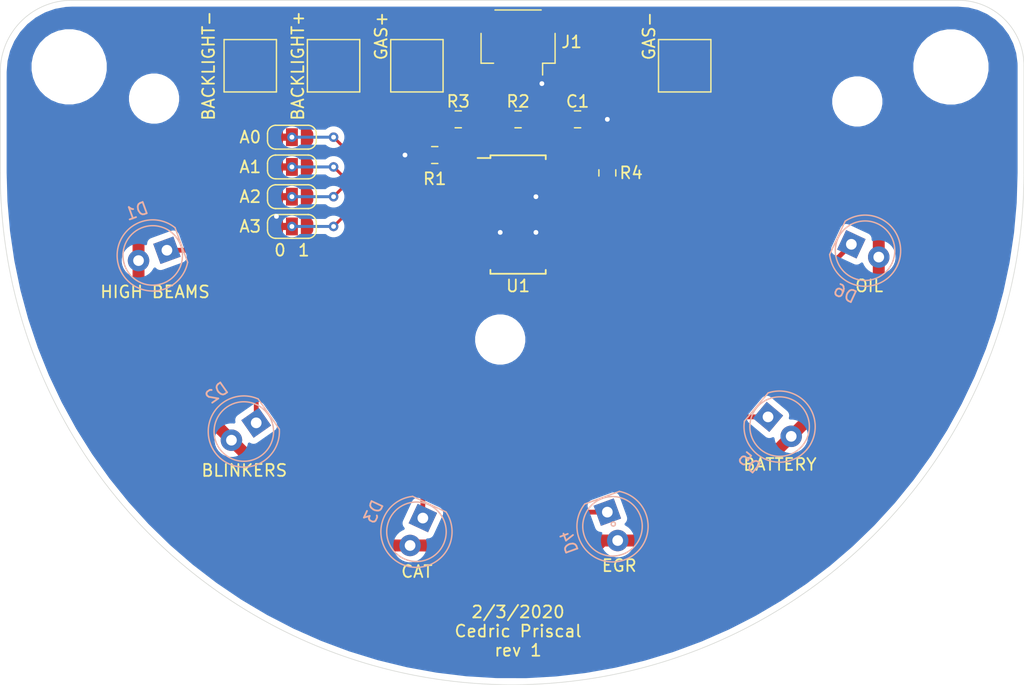
<source format=kicad_pcb>
(kicad_pcb (version 20171130) (host pcbnew "(5.1.4)-1")

  (general
    (thickness 1.6)
    (drawings 25)
    (tracks 181)
    (zones 0)
    (modules 26)
    (nets 19)
  )

  (page A4)
  (layers
    (0 F.Cu signal)
    (31 B.Cu signal)
    (32 B.Adhes user)
    (33 F.Adhes user)
    (34 B.Paste user)
    (35 F.Paste user)
    (36 B.SilkS user)
    (37 F.SilkS user)
    (38 B.Mask user)
    (39 F.Mask user)
    (40 Dwgs.User user)
    (41 Cmts.User user)
    (42 Eco1.User user hide)
    (43 Eco2.User user)
    (44 Edge.Cuts user)
    (45 Margin user)
    (46 B.CrtYd user)
    (47 F.CrtYd user)
    (48 B.Fab user)
    (49 F.Fab user)
  )

  (setup
    (last_trace_width 0.25)
    (trace_clearance 0.2)
    (zone_clearance 0.508)
    (zone_45_only no)
    (trace_min 0.2)
    (via_size 0.8)
    (via_drill 0.4)
    (via_min_size 0.4)
    (via_min_drill 0.3)
    (uvia_size 0.3)
    (uvia_drill 0.1)
    (uvias_allowed no)
    (uvia_min_size 0.2)
    (uvia_min_drill 0.1)
    (edge_width 0.05)
    (segment_width 0.2)
    (pcb_text_width 0.3)
    (pcb_text_size 1.5 1.5)
    (mod_edge_width 0.12)
    (mod_text_size 1 1)
    (mod_text_width 0.15)
    (pad_size 1.524 1.524)
    (pad_drill 0.762)
    (pad_to_mask_clearance 0.051)
    (solder_mask_min_width 0.25)
    (aux_axis_origin 0 0)
    (grid_origin 155.9 92.1)
    (visible_elements 7FFDFFFF)
    (pcbplotparams
      (layerselection 0x010fc_ffffffff)
      (usegerberextensions false)
      (usegerberattributes false)
      (usegerberadvancedattributes false)
      (creategerberjobfile false)
      (excludeedgelayer true)
      (linewidth 0.100000)
      (plotframeref false)
      (viasonmask false)
      (mode 1)
      (useauxorigin false)
      (hpglpennumber 1)
      (hpglpenspeed 20)
      (hpglpendiameter 15.000000)
      (psnegative false)
      (psa4output false)
      (plotreference true)
      (plotvalue true)
      (plotinvisibletext false)
      (padsonsilk false)
      (subtractmaskfromsilk false)
      (outputformat 1)
      (mirror false)
      (drillshape 1)
      (scaleselection 1)
      (outputdirectory ""))
  )

  (net 0 "")
  (net 1 "Net-(D1-Pad1)")
  (net 2 "Net-(D2-Pad1)")
  (net 3 "Net-(D3-Pad1)")
  (net 4 "Net-(D4-Pad1)")
  (net 5 "Net-(D5-Pad1)")
  (net 6 "Net-(D6-Pad1)")
  (net 7 +3V3)
  (net 8 SCL)
  (net 9 SDA)
  (net 10 GND)
  (net 11 "Net-(R1-Pad1)")
  (net 12 "Net-(J3-Pad1)")
  (net 13 "Net-(J5-Pad1)")
  (net 14 "Net-(R4-Pad2)")
  (net 15 "Net-(JP1-Pad2)")
  (net 16 "Net-(JP2-Pad2)")
  (net 17 "Net-(JP3-Pad2)")
  (net 18 "Net-(JP4-Pad2)")

  (net_class Default "This is the default net class."
    (clearance 0.2)
    (trace_width 0.25)
    (via_dia 0.8)
    (via_drill 0.4)
    (uvia_dia 0.3)
    (uvia_drill 0.1)
    (add_net +3V3)
    (add_net GND)
    (add_net "Net-(D1-Pad1)")
    (add_net "Net-(D2-Pad1)")
    (add_net "Net-(D3-Pad1)")
    (add_net "Net-(D4-Pad1)")
    (add_net "Net-(D5-Pad1)")
    (add_net "Net-(D6-Pad1)")
    (add_net "Net-(J3-Pad1)")
    (add_net "Net-(J5-Pad1)")
    (add_net "Net-(JP1-Pad2)")
    (add_net "Net-(JP2-Pad2)")
    (add_net "Net-(JP3-Pad2)")
    (add_net "Net-(JP4-Pad2)")
    (add_net "Net-(R1-Pad1)")
    (add_net "Net-(R4-Pad2)")
    (add_net SCL)
    (add_net SDA)
  )

  (module Jumper:SolderJumper-3_P1.3mm_Bridged12_RoundedPad1.0x1.5mm_NumberLabels (layer F.Cu) (tedit 5C745336) (tstamp 5E3938AE)
    (at 136.9 88.6)
    (descr "SMD Solder 3-pad Jumper, 1x1.5mm rounded Pads, 0.3mm gap, pads 1-2 bridged with 1 copper strip, labeled with numbers")
    (tags "solder jumper open")
    (path /5E3E5B5B)
    (attr virtual)
    (fp_text reference JP4 (at -4.5 0) (layer F.SilkS) hide
      (effects (font (size 1 1) (thickness 0.15)))
    )
    (fp_text value SolderJumper_3_Bridged12 (at 0 1.9) (layer F.Fab)
      (effects (font (size 1 1) (thickness 0.15)))
    )
    (fp_poly (pts (xy -0.9 -0.3) (xy -0.4 -0.3) (xy -0.4 0.3) (xy -0.9 0.3)) (layer F.Cu) (width 0))
    (fp_arc (start -1.35 -0.3) (end -1.35 -1) (angle -90) (layer F.SilkS) (width 0.12))
    (fp_arc (start -1.35 0.3) (end -2.05 0.3) (angle -90) (layer F.SilkS) (width 0.12))
    (fp_arc (start 1.35 0.3) (end 1.35 1) (angle -90) (layer F.SilkS) (width 0.12))
    (fp_arc (start 1.35 -0.3) (end 2.05 -0.3) (angle -90) (layer F.SilkS) (width 0.12))
    (fp_line (start 2.3 1.25) (end -2.3 1.25) (layer F.CrtYd) (width 0.05))
    (fp_line (start 2.3 1.25) (end 2.3 -1.25) (layer F.CrtYd) (width 0.05))
    (fp_line (start -2.3 -1.25) (end -2.3 1.25) (layer F.CrtYd) (width 0.05))
    (fp_line (start -2.3 -1.25) (end 2.3 -1.25) (layer F.CrtYd) (width 0.05))
    (fp_line (start -1.4 -1) (end 1.4 -1) (layer F.SilkS) (width 0.12))
    (fp_line (start 2.05 -0.3) (end 2.05 0.3) (layer F.SilkS) (width 0.12))
    (fp_line (start 1.4 1) (end -1.4 1) (layer F.SilkS) (width 0.12))
    (fp_line (start -2.05 0.3) (end -2.05 -0.3) (layer F.SilkS) (width 0.12))
    (pad 1 smd custom (at -1.3 0) (size 1 0.5) (layers F.Cu F.Mask)
      (net 10 GND) (zone_connect 2)
      (options (clearance outline) (anchor rect))
      (primitives
        (gr_poly (pts
           (xy 0.55 -0.75) (xy 0 -0.75) (xy 0 0.75) (xy 0.55 0.75)) (width 0))
        (gr_circle (center 0 0.25) (end 0.5 0.25) (width 0))
        (gr_circle (center 0 -0.25) (end 0.5 -0.25) (width 0))
      ))
    (pad 2 smd rect (at 0 0) (size 1 1.5) (layers F.Cu F.Mask)
      (net 18 "Net-(JP4-Pad2)"))
    (pad 3 smd custom (at 1.3 0) (size 1 0.5) (layers F.Cu F.Mask)
      (net 7 +3V3) (zone_connect 2)
      (options (clearance outline) (anchor rect))
      (primitives
        (gr_circle (center 0 0.25) (end 0.5 0.25) (width 0))
        (gr_circle (center 0 -0.25) (end 0.5 -0.25) (width 0))
        (gr_poly (pts
           (xy -0.55 -0.75) (xy 0 -0.75) (xy 0 0.75) (xy -0.55 0.75)) (width 0))
      ))
  )

  (module Jumper:SolderJumper-3_P1.3mm_Bridged12_RoundedPad1.0x1.5mm_NumberLabels (layer F.Cu) (tedit 5C745336) (tstamp 5E393898)
    (at 136.9 86.1)
    (descr "SMD Solder 3-pad Jumper, 1x1.5mm rounded Pads, 0.3mm gap, pads 1-2 bridged with 1 copper strip, labeled with numbers")
    (tags "solder jumper open")
    (path /5E3E0E47)
    (attr virtual)
    (fp_text reference JP3 (at -4.5 0) (layer F.SilkS) hide
      (effects (font (size 1 1) (thickness 0.15)))
    )
    (fp_text value SolderJumper_3_Bridged12 (at 0 1.9) (layer F.Fab)
      (effects (font (size 1 1) (thickness 0.15)))
    )
    (fp_poly (pts (xy -0.9 -0.3) (xy -0.4 -0.3) (xy -0.4 0.3) (xy -0.9 0.3)) (layer F.Cu) (width 0))
    (fp_arc (start -1.35 -0.3) (end -1.35 -1) (angle -90) (layer F.SilkS) (width 0.12))
    (fp_arc (start -1.35 0.3) (end -2.05 0.3) (angle -90) (layer F.SilkS) (width 0.12))
    (fp_arc (start 1.35 0.3) (end 1.35 1) (angle -90) (layer F.SilkS) (width 0.12))
    (fp_arc (start 1.35 -0.3) (end 2.05 -0.3) (angle -90) (layer F.SilkS) (width 0.12))
    (fp_line (start 2.3 1.25) (end -2.3 1.25) (layer F.CrtYd) (width 0.05))
    (fp_line (start 2.3 1.25) (end 2.3 -1.25) (layer F.CrtYd) (width 0.05))
    (fp_line (start -2.3 -1.25) (end -2.3 1.25) (layer F.CrtYd) (width 0.05))
    (fp_line (start -2.3 -1.25) (end 2.3 -1.25) (layer F.CrtYd) (width 0.05))
    (fp_line (start -1.4 -1) (end 1.4 -1) (layer F.SilkS) (width 0.12))
    (fp_line (start 2.05 -0.3) (end 2.05 0.3) (layer F.SilkS) (width 0.12))
    (fp_line (start 1.4 1) (end -1.4 1) (layer F.SilkS) (width 0.12))
    (fp_line (start -2.05 0.3) (end -2.05 -0.3) (layer F.SilkS) (width 0.12))
    (pad 1 smd custom (at -1.3 0) (size 1 0.5) (layers F.Cu F.Mask)
      (net 10 GND) (zone_connect 2)
      (options (clearance outline) (anchor rect))
      (primitives
        (gr_poly (pts
           (xy 0.55 -0.75) (xy 0 -0.75) (xy 0 0.75) (xy 0.55 0.75)) (width 0))
        (gr_circle (center 0 0.25) (end 0.5 0.25) (width 0))
        (gr_circle (center 0 -0.25) (end 0.5 -0.25) (width 0))
      ))
    (pad 2 smd rect (at 0 0) (size 1 1.5) (layers F.Cu F.Mask)
      (net 17 "Net-(JP3-Pad2)"))
    (pad 3 smd custom (at 1.3 0) (size 1 0.5) (layers F.Cu F.Mask)
      (net 7 +3V3) (zone_connect 2)
      (options (clearance outline) (anchor rect))
      (primitives
        (gr_circle (center 0 0.25) (end 0.5 0.25) (width 0))
        (gr_circle (center 0 -0.25) (end 0.5 -0.25) (width 0))
        (gr_poly (pts
           (xy -0.55 -0.75) (xy 0 -0.75) (xy 0 0.75) (xy -0.55 0.75)) (width 0))
      ))
  )

  (module Jumper:SolderJumper-3_P1.3mm_Bridged12_RoundedPad1.0x1.5mm_NumberLabels (layer F.Cu) (tedit 5C745336) (tstamp 5E393882)
    (at 136.9 83.6)
    (descr "SMD Solder 3-pad Jumper, 1x1.5mm rounded Pads, 0.3mm gap, pads 1-2 bridged with 1 copper strip, labeled with numbers")
    (tags "solder jumper open")
    (path /5E3DE87A)
    (attr virtual)
    (fp_text reference JP2 (at -4.5 0) (layer F.SilkS) hide
      (effects (font (size 1 1) (thickness 0.15)))
    )
    (fp_text value SolderJumper_3_Bridged12 (at 0 1.9) (layer F.Fab)
      (effects (font (size 1 1) (thickness 0.15)))
    )
    (fp_poly (pts (xy -0.9 -0.3) (xy -0.4 -0.3) (xy -0.4 0.3) (xy -0.9 0.3)) (layer F.Cu) (width 0))
    (fp_arc (start -1.35 -0.3) (end -1.35 -1) (angle -90) (layer F.SilkS) (width 0.12))
    (fp_arc (start -1.35 0.3) (end -2.05 0.3) (angle -90) (layer F.SilkS) (width 0.12))
    (fp_arc (start 1.35 0.3) (end 1.35 1) (angle -90) (layer F.SilkS) (width 0.12))
    (fp_arc (start 1.35 -0.3) (end 2.05 -0.3) (angle -90) (layer F.SilkS) (width 0.12))
    (fp_line (start 2.3 1.25) (end -2.3 1.25) (layer F.CrtYd) (width 0.05))
    (fp_line (start 2.3 1.25) (end 2.3 -1.25) (layer F.CrtYd) (width 0.05))
    (fp_line (start -2.3 -1.25) (end -2.3 1.25) (layer F.CrtYd) (width 0.05))
    (fp_line (start -2.3 -1.25) (end 2.3 -1.25) (layer F.CrtYd) (width 0.05))
    (fp_line (start -1.4 -1) (end 1.4 -1) (layer F.SilkS) (width 0.12))
    (fp_line (start 2.05 -0.3) (end 2.05 0.3) (layer F.SilkS) (width 0.12))
    (fp_line (start 1.4 1) (end -1.4 1) (layer F.SilkS) (width 0.12))
    (fp_line (start -2.05 0.3) (end -2.05 -0.3) (layer F.SilkS) (width 0.12))
    (pad 1 smd custom (at -1.3 0) (size 1 0.5) (layers F.Cu F.Mask)
      (net 10 GND) (zone_connect 2)
      (options (clearance outline) (anchor rect))
      (primitives
        (gr_poly (pts
           (xy 0.55 -0.75) (xy 0 -0.75) (xy 0 0.75) (xy 0.55 0.75)) (width 0))
        (gr_circle (center 0 0.25) (end 0.5 0.25) (width 0))
        (gr_circle (center 0 -0.25) (end 0.5 -0.25) (width 0))
      ))
    (pad 2 smd rect (at 0 0) (size 1 1.5) (layers F.Cu F.Mask)
      (net 16 "Net-(JP2-Pad2)"))
    (pad 3 smd custom (at 1.3 0) (size 1 0.5) (layers F.Cu F.Mask)
      (net 7 +3V3) (zone_connect 2)
      (options (clearance outline) (anchor rect))
      (primitives
        (gr_circle (center 0 0.25) (end 0.5 0.25) (width 0))
        (gr_circle (center 0 -0.25) (end 0.5 -0.25) (width 0))
        (gr_poly (pts
           (xy -0.55 -0.75) (xy 0 -0.75) (xy 0 0.75) (xy -0.55 0.75)) (width 0))
      ))
  )

  (module Jumper:SolderJumper-3_P1.3mm_Bridged12_RoundedPad1.0x1.5mm_NumberLabels (layer F.Cu) (tedit 5C745336) (tstamp 5E39386C)
    (at 136.9 81.1)
    (descr "SMD Solder 3-pad Jumper, 1x1.5mm rounded Pads, 0.3mm gap, pads 1-2 bridged with 1 copper strip, labeled with numbers")
    (tags "solder jumper open")
    (path /5E3D9172)
    (attr virtual)
    (fp_text reference JP1 (at -4.5 0) (layer F.SilkS) hide
      (effects (font (size 1 1) (thickness 0.15)))
    )
    (fp_text value SolderJumper_3_Bridged12 (at 0 1.9) (layer F.Fab)
      (effects (font (size 1 1) (thickness 0.15)))
    )
    (fp_poly (pts (xy -0.9 -0.3) (xy -0.4 -0.3) (xy -0.4 0.3) (xy -0.9 0.3)) (layer F.Cu) (width 0))
    (fp_arc (start -1.35 -0.3) (end -1.35 -1) (angle -90) (layer F.SilkS) (width 0.12))
    (fp_arc (start -1.35 0.3) (end -2.05 0.3) (angle -90) (layer F.SilkS) (width 0.12))
    (fp_arc (start 1.35 0.3) (end 1.35 1) (angle -90) (layer F.SilkS) (width 0.12))
    (fp_arc (start 1.35 -0.3) (end 2.05 -0.3) (angle -90) (layer F.SilkS) (width 0.12))
    (fp_line (start 2.3 1.25) (end -2.3 1.25) (layer F.CrtYd) (width 0.05))
    (fp_line (start 2.3 1.25) (end 2.3 -1.25) (layer F.CrtYd) (width 0.05))
    (fp_line (start -2.3 -1.25) (end -2.3 1.25) (layer F.CrtYd) (width 0.05))
    (fp_line (start -2.3 -1.25) (end 2.3 -1.25) (layer F.CrtYd) (width 0.05))
    (fp_line (start -1.4 -1) (end 1.4 -1) (layer F.SilkS) (width 0.12))
    (fp_line (start 2.05 -0.3) (end 2.05 0.3) (layer F.SilkS) (width 0.12))
    (fp_line (start 1.4 1) (end -1.4 1) (layer F.SilkS) (width 0.12))
    (fp_line (start -2.05 0.3) (end -2.05 -0.3) (layer F.SilkS) (width 0.12))
    (pad 1 smd custom (at -1.3 0) (size 1 0.5) (layers F.Cu F.Mask)
      (net 10 GND) (zone_connect 2)
      (options (clearance outline) (anchor rect))
      (primitives
        (gr_poly (pts
           (xy 0.55 -0.75) (xy 0 -0.75) (xy 0 0.75) (xy 0.55 0.75)) (width 0))
        (gr_circle (center 0 0.25) (end 0.5 0.25) (width 0))
        (gr_circle (center 0 -0.25) (end 0.5 -0.25) (width 0))
      ))
    (pad 2 smd rect (at 0 0) (size 1 1.5) (layers F.Cu F.Mask)
      (net 15 "Net-(JP1-Pad2)"))
    (pad 3 smd custom (at 1.3 0) (size 1 0.5) (layers F.Cu F.Mask)
      (net 7 +3V3) (zone_connect 2)
      (options (clearance outline) (anchor rect))
      (primitives
        (gr_circle (center 0 0.25) (end 0.5 0.25) (width 0))
        (gr_circle (center 0 -0.25) (end 0.5 -0.25) (width 0))
        (gr_poly (pts
           (xy -0.55 -0.75) (xy 0 -0.75) (xy 0 0.75) (xy -0.55 0.75)) (width 0))
      ))
  )

  (module MountingHole:MountingHole_3.2mm_M3 (layer F.Cu) (tedit 56D1B4CB) (tstamp 5E3922BB)
    (at 154.4 98.1 2.7)
    (descr "Mounting Hole 3.2mm, no annular, M3")
    (tags "mounting hole 3.2mm no annular m3")
    (path /5E3809BC)
    (attr virtual)
    (fp_text reference H2 (at 4.75682 0.224326 2.7) (layer F.SilkS) hide
      (effects (font (size 1 1) (thickness 0.15)))
    )
    (fp_text value MountingHole (at 0 4.2 2.7) (layer F.Fab)
      (effects (font (size 1 1) (thickness 0.15)))
    )
    (fp_circle (center 0 0) (end 3.45 0) (layer F.CrtYd) (width 0.05))
    (fp_circle (center 0 0) (end 3.2 0) (layer Cmts.User) (width 0.15))
    (fp_text user %R (at 0.3 0 2.7) (layer F.Fab)
      (effects (font (size 1 1) (thickness 0.15)))
    )
    (pad 1 np_thru_hole circle (at 0 0 2.7) (size 3.2 3.2) (drill 3.2) (layers *.Cu *.Mask))
  )

  (module Resistor_SMD:R_0805_2012Metric_Pad1.15x1.40mm_HandSolder (layer F.Cu) (tedit 5B36C52B) (tstamp 5E38FCCC)
    (at 163.4 84.1 270)
    (descr "Resistor SMD 0805 (2012 Metric), square (rectangular) end terminal, IPC_7351 nominal with elongated pad for handsoldering. (Body size source: https://docs.google.com/spreadsheets/d/1BsfQQcO9C6DZCsRaXUlFlo91Tg2WpOkGARC1WS5S8t0/edit?usp=sharing), generated with kicad-footprint-generator")
    (tags "resistor handsolder")
    (path /5E3EADFC)
    (attr smd)
    (fp_text reference R4 (at 0 -2 180) (layer F.SilkS)
      (effects (font (size 1 1) (thickness 0.15)))
    )
    (fp_text value R_US (at 0 1.65 90) (layer F.Fab)
      (effects (font (size 1 1) (thickness 0.15)))
    )
    (fp_text user %R (at 0 0 90) (layer F.Fab)
      (effects (font (size 0.5 0.5) (thickness 0.08)))
    )
    (fp_line (start 1.85 0.95) (end -1.85 0.95) (layer F.CrtYd) (width 0.05))
    (fp_line (start 1.85 -0.95) (end 1.85 0.95) (layer F.CrtYd) (width 0.05))
    (fp_line (start -1.85 -0.95) (end 1.85 -0.95) (layer F.CrtYd) (width 0.05))
    (fp_line (start -1.85 0.95) (end -1.85 -0.95) (layer F.CrtYd) (width 0.05))
    (fp_line (start -0.261252 0.71) (end 0.261252 0.71) (layer F.SilkS) (width 0.12))
    (fp_line (start -0.261252 -0.71) (end 0.261252 -0.71) (layer F.SilkS) (width 0.12))
    (fp_line (start 1 0.6) (end -1 0.6) (layer F.Fab) (width 0.1))
    (fp_line (start 1 -0.6) (end 1 0.6) (layer F.Fab) (width 0.1))
    (fp_line (start -1 -0.6) (end 1 -0.6) (layer F.Fab) (width 0.1))
    (fp_line (start -1 0.6) (end -1 -0.6) (layer F.Fab) (width 0.1))
    (pad 2 smd roundrect (at 1.025 0 270) (size 1.15 1.4) (layers F.Cu F.Paste F.Mask) (roundrect_rratio 0.217391)
      (net 14 "Net-(R4-Pad2)"))
    (pad 1 smd roundrect (at -1.025 0 270) (size 1.15 1.4) (layers F.Cu F.Paste F.Mask) (roundrect_rratio 0.217391)
      (net 7 +3V3))
    (model ${KISYS3DMOD}/Resistor_SMD.3dshapes/R_0805_2012Metric.wrl
      (at (xyz 0 0 0))
      (scale (xyz 1 1 1))
      (rotate (xyz 0 0 0))
    )
  )

  (module Resistor_SMD:R_0805_2012Metric_Pad1.15x1.40mm_HandSolder (layer F.Cu) (tedit 5B36C52B) (tstamp 5E38F892)
    (at 150.875 79.6)
    (descr "Resistor SMD 0805 (2012 Metric), square (rectangular) end terminal, IPC_7351 nominal with elongated pad for handsoldering. (Body size source: https://docs.google.com/spreadsheets/d/1BsfQQcO9C6DZCsRaXUlFlo91Tg2WpOkGARC1WS5S8t0/edit?usp=sharing), generated with kicad-footprint-generator")
    (tags "resistor handsolder")
    (path /5E3F3088)
    (attr smd)
    (fp_text reference R3 (at 0 -1.5) (layer F.SilkS)
      (effects (font (size 1 1) (thickness 0.15)))
    )
    (fp_text value R_US (at 0 1.65) (layer F.Fab)
      (effects (font (size 1 1) (thickness 0.15)))
    )
    (fp_text user %R (at 0 0) (layer F.Fab)
      (effects (font (size 0.5 0.5) (thickness 0.08)))
    )
    (fp_line (start 1.85 0.95) (end -1.85 0.95) (layer F.CrtYd) (width 0.05))
    (fp_line (start 1.85 -0.95) (end 1.85 0.95) (layer F.CrtYd) (width 0.05))
    (fp_line (start -1.85 -0.95) (end 1.85 -0.95) (layer F.CrtYd) (width 0.05))
    (fp_line (start -1.85 0.95) (end -1.85 -0.95) (layer F.CrtYd) (width 0.05))
    (fp_line (start -0.261252 0.71) (end 0.261252 0.71) (layer F.SilkS) (width 0.12))
    (fp_line (start -0.261252 -0.71) (end 0.261252 -0.71) (layer F.SilkS) (width 0.12))
    (fp_line (start 1 0.6) (end -1 0.6) (layer F.Fab) (width 0.1))
    (fp_line (start 1 -0.6) (end 1 0.6) (layer F.Fab) (width 0.1))
    (fp_line (start -1 -0.6) (end 1 -0.6) (layer F.Fab) (width 0.1))
    (fp_line (start -1 0.6) (end -1 -0.6) (layer F.Fab) (width 0.1))
    (pad 2 smd roundrect (at 1.025 0) (size 1.15 1.4) (layers F.Cu F.Paste F.Mask) (roundrect_rratio 0.217391)
      (net 8 SCL))
    (pad 1 smd roundrect (at -1.025 0) (size 1.15 1.4) (layers F.Cu F.Paste F.Mask) (roundrect_rratio 0.217391)
      (net 7 +3V3))
    (model ${KISYS3DMOD}/Resistor_SMD.3dshapes/R_0805_2012Metric.wrl
      (at (xyz 0 0 0))
      (scale (xyz 1 1 1))
      (rotate (xyz 0 0 0))
    )
  )

  (module Resistor_SMD:R_0805_2012Metric_Pad1.15x1.40mm_HandSolder (layer F.Cu) (tedit 5B36C52B) (tstamp 5E38F881)
    (at 155.9 79.6 180)
    (descr "Resistor SMD 0805 (2012 Metric), square (rectangular) end terminal, IPC_7351 nominal with elongated pad for handsoldering. (Body size source: https://docs.google.com/spreadsheets/d/1BsfQQcO9C6DZCsRaXUlFlo91Tg2WpOkGARC1WS5S8t0/edit?usp=sharing), generated with kicad-footprint-generator")
    (tags "resistor handsolder")
    (path /5E3F3D70)
    (attr smd)
    (fp_text reference R2 (at 0 1.5) (layer F.SilkS)
      (effects (font (size 1 1) (thickness 0.15)))
    )
    (fp_text value R_US (at 0 1.65) (layer F.Fab)
      (effects (font (size 1 1) (thickness 0.15)))
    )
    (fp_text user %R (at 0 0) (layer F.Fab)
      (effects (font (size 0.5 0.5) (thickness 0.08)))
    )
    (fp_line (start 1.85 0.95) (end -1.85 0.95) (layer F.CrtYd) (width 0.05))
    (fp_line (start 1.85 -0.95) (end 1.85 0.95) (layer F.CrtYd) (width 0.05))
    (fp_line (start -1.85 -0.95) (end 1.85 -0.95) (layer F.CrtYd) (width 0.05))
    (fp_line (start -1.85 0.95) (end -1.85 -0.95) (layer F.CrtYd) (width 0.05))
    (fp_line (start -0.261252 0.71) (end 0.261252 0.71) (layer F.SilkS) (width 0.12))
    (fp_line (start -0.261252 -0.71) (end 0.261252 -0.71) (layer F.SilkS) (width 0.12))
    (fp_line (start 1 0.6) (end -1 0.6) (layer F.Fab) (width 0.1))
    (fp_line (start 1 -0.6) (end 1 0.6) (layer F.Fab) (width 0.1))
    (fp_line (start -1 -0.6) (end 1 -0.6) (layer F.Fab) (width 0.1))
    (fp_line (start -1 0.6) (end -1 -0.6) (layer F.Fab) (width 0.1))
    (pad 2 smd roundrect (at 1.025 0 180) (size 1.15 1.4) (layers F.Cu F.Paste F.Mask) (roundrect_rratio 0.217391)
      (net 9 SDA))
    (pad 1 smd roundrect (at -1.025 0 180) (size 1.15 1.4) (layers F.Cu F.Paste F.Mask) (roundrect_rratio 0.217391)
      (net 7 +3V3))
    (model ${KISYS3DMOD}/Resistor_SMD.3dshapes/R_0805_2012Metric.wrl
      (at (xyz 0 0 0))
      (scale (xyz 1 1 1))
      (rotate (xyz 0 0 0))
    )
  )

  (module Capacitor_SMD:C_0805_2012Metric_Pad1.15x1.40mm_HandSolder (layer F.Cu) (tedit 5B36C52B) (tstamp 5E38F6A2)
    (at 160.9 79.6)
    (descr "Capacitor SMD 0805 (2012 Metric), square (rectangular) end terminal, IPC_7351 nominal with elongated pad for handsoldering. (Body size source: https://docs.google.com/spreadsheets/d/1BsfQQcO9C6DZCsRaXUlFlo91Tg2WpOkGARC1WS5S8t0/edit?usp=sharing), generated with kicad-footprint-generator")
    (tags "capacitor handsolder")
    (path /5E3ECB43)
    (attr smd)
    (fp_text reference C1 (at 0 -1.5) (layer F.SilkS)
      (effects (font (size 1 1) (thickness 0.15)))
    )
    (fp_text value 0.1u (at 0 1.65) (layer F.Fab)
      (effects (font (size 1 1) (thickness 0.15)))
    )
    (fp_text user %R (at 0 0) (layer F.Fab)
      (effects (font (size 0.5 0.5) (thickness 0.08)))
    )
    (fp_line (start 1.85 0.95) (end -1.85 0.95) (layer F.CrtYd) (width 0.05))
    (fp_line (start 1.85 -0.95) (end 1.85 0.95) (layer F.CrtYd) (width 0.05))
    (fp_line (start -1.85 -0.95) (end 1.85 -0.95) (layer F.CrtYd) (width 0.05))
    (fp_line (start -1.85 0.95) (end -1.85 -0.95) (layer F.CrtYd) (width 0.05))
    (fp_line (start -0.261252 0.71) (end 0.261252 0.71) (layer F.SilkS) (width 0.12))
    (fp_line (start -0.261252 -0.71) (end 0.261252 -0.71) (layer F.SilkS) (width 0.12))
    (fp_line (start 1 0.6) (end -1 0.6) (layer F.Fab) (width 0.1))
    (fp_line (start 1 -0.6) (end 1 0.6) (layer F.Fab) (width 0.1))
    (fp_line (start -1 -0.6) (end 1 -0.6) (layer F.Fab) (width 0.1))
    (fp_line (start -1 0.6) (end -1 -0.6) (layer F.Fab) (width 0.1))
    (pad 2 smd roundrect (at 1.025 0) (size 1.15 1.4) (layers F.Cu F.Paste F.Mask) (roundrect_rratio 0.217391)
      (net 10 GND))
    (pad 1 smd roundrect (at -1.025 0) (size 1.15 1.4) (layers F.Cu F.Paste F.Mask) (roundrect_rratio 0.217391)
      (net 7 +3V3))
    (model ${KISYS3DMOD}/Capacitor_SMD.3dshapes/C_0805_2012Metric.wrl
      (at (xyz 0 0 0))
      (scale (xyz 1 1 1))
      (rotate (xyz 0 0 0))
    )
  )

  (module TestPoint:TestPoint_Pad_4.0x4.0mm (layer F.Cu) (tedit 5A0F774F) (tstamp 5E38F17C)
    (at 133.4 75.1)
    (descr "SMD rectangular pad as test Point, square 4.0mm side length")
    (tags "test point SMD pad rectangle square")
    (path /5E3CFA51)
    (attr virtual)
    (fp_text reference J5 (at 0 0) (layer F.SilkS) hide
      (effects (font (size 1 1) (thickness 0.15)))
    )
    (fp_text value Conn_01x01 (at 0 3.1) (layer F.Fab)
      (effects (font (size 1 1) (thickness 0.15)))
    )
    (fp_line (start 2.5 2.5) (end -2.5 2.5) (layer F.CrtYd) (width 0.05))
    (fp_line (start 2.5 2.5) (end 2.5 -2.5) (layer F.CrtYd) (width 0.05))
    (fp_line (start -2.5 -2.5) (end -2.5 2.5) (layer F.CrtYd) (width 0.05))
    (fp_line (start -2.5 -2.5) (end 2.5 -2.5) (layer F.CrtYd) (width 0.05))
    (fp_line (start -2.2 2.2) (end -2.2 -2.2) (layer F.SilkS) (width 0.12))
    (fp_line (start 2.2 2.2) (end -2.2 2.2) (layer F.SilkS) (width 0.12))
    (fp_line (start 2.2 -2.2) (end 2.2 2.2) (layer F.SilkS) (width 0.12))
    (fp_line (start -2.2 -2.2) (end 2.2 -2.2) (layer F.SilkS) (width 0.12))
    (fp_text user %R (at 0 0) (layer F.Fab)
      (effects (font (size 1 1) (thickness 0.15)))
    )
    (pad 1 smd rect (at 0 0) (size 4 4) (layers F.Cu F.Mask)
      (net 13 "Net-(J5-Pad1)"))
  )

  (module TestPoint:TestPoint_Pad_4.0x4.0mm (layer F.Cu) (tedit 5A0F774F) (tstamp 5E38F16E)
    (at 140.4 75.1)
    (descr "SMD rectangular pad as test Point, square 4.0mm side length")
    (tags "test point SMD pad rectangle square")
    (path /5E3CFDE1)
    (attr virtual)
    (fp_text reference J4 (at 0 0) (layer F.SilkS) hide
      (effects (font (size 1 1) (thickness 0.15)))
    )
    (fp_text value Conn_01x01 (at 0 3.1) (layer F.Fab)
      (effects (font (size 1 1) (thickness 0.15)))
    )
    (fp_line (start 2.5 2.5) (end -2.5 2.5) (layer F.CrtYd) (width 0.05))
    (fp_line (start 2.5 2.5) (end 2.5 -2.5) (layer F.CrtYd) (width 0.05))
    (fp_line (start -2.5 -2.5) (end -2.5 2.5) (layer F.CrtYd) (width 0.05))
    (fp_line (start -2.5 -2.5) (end 2.5 -2.5) (layer F.CrtYd) (width 0.05))
    (fp_line (start -2.2 2.2) (end -2.2 -2.2) (layer F.SilkS) (width 0.12))
    (fp_line (start 2.2 2.2) (end -2.2 2.2) (layer F.SilkS) (width 0.12))
    (fp_line (start 2.2 -2.2) (end 2.2 2.2) (layer F.SilkS) (width 0.12))
    (fp_line (start -2.2 -2.2) (end 2.2 -2.2) (layer F.SilkS) (width 0.12))
    (fp_text user %R (at 0 0) (layer F.Fab)
      (effects (font (size 1 1) (thickness 0.15)))
    )
    (pad 1 smd rect (at 0 0) (size 4 4) (layers F.Cu F.Mask)
      (net 7 +3V3))
  )

  (module TestPoint:TestPoint_Pad_4.0x4.0mm (layer F.Cu) (tedit 5A0F774F) (tstamp 5E37D372)
    (at 169.9 75.1)
    (descr "SMD rectangular pad as test Point, square 4.0mm side length")
    (tags "test point SMD pad rectangle square")
    (path /5E3A8540)
    (attr virtual)
    (fp_text reference J3 (at 0 0) (layer F.SilkS) hide
      (effects (font (size 1 1) (thickness 0.15)))
    )
    (fp_text value Conn_01x01 (at 0 3.1) (layer F.Fab)
      (effects (font (size 1 1) (thickness 0.15)))
    )
    (fp_line (start 2.5 2.5) (end -2.5 2.5) (layer F.CrtYd) (width 0.05))
    (fp_line (start 2.5 2.5) (end 2.5 -2.5) (layer F.CrtYd) (width 0.05))
    (fp_line (start -2.5 -2.5) (end -2.5 2.5) (layer F.CrtYd) (width 0.05))
    (fp_line (start -2.5 -2.5) (end 2.5 -2.5) (layer F.CrtYd) (width 0.05))
    (fp_line (start -2.2 2.2) (end -2.2 -2.2) (layer F.SilkS) (width 0.12))
    (fp_line (start 2.2 2.2) (end -2.2 2.2) (layer F.SilkS) (width 0.12))
    (fp_line (start 2.2 -2.2) (end 2.2 2.2) (layer F.SilkS) (width 0.12))
    (fp_line (start -2.2 -2.2) (end 2.2 -2.2) (layer F.SilkS) (width 0.12))
    (fp_text user %R (at 0 0) (layer F.Fab)
      (effects (font (size 1 1) (thickness 0.15)))
    )
    (pad 1 smd rect (at 0 0) (size 4 4) (layers F.Cu F.Mask)
      (net 12 "Net-(J3-Pad1)"))
  )

  (module TestPoint:TestPoint_Pad_4.0x4.0mm (layer F.Cu) (tedit 5A0F774F) (tstamp 5E37D315)
    (at 147.4 75.1)
    (descr "SMD rectangular pad as test Point, square 4.0mm side length")
    (tags "test point SMD pad rectangle square")
    (path /5E3A7E4B)
    (attr virtual)
    (fp_text reference J2 (at 0 0) (layer F.SilkS) hide
      (effects (font (size 1 1) (thickness 0.15)))
    )
    (fp_text value Conn_01x01 (at 0 3.1) (layer F.Fab)
      (effects (font (size 1 1) (thickness 0.15)))
    )
    (fp_line (start 2.5 2.5) (end -2.5 2.5) (layer F.CrtYd) (width 0.05))
    (fp_line (start 2.5 2.5) (end 2.5 -2.5) (layer F.CrtYd) (width 0.05))
    (fp_line (start -2.5 -2.5) (end -2.5 2.5) (layer F.CrtYd) (width 0.05))
    (fp_line (start -2.5 -2.5) (end 2.5 -2.5) (layer F.CrtYd) (width 0.05))
    (fp_line (start -2.2 2.2) (end -2.2 -2.2) (layer F.SilkS) (width 0.12))
    (fp_line (start 2.2 2.2) (end -2.2 2.2) (layer F.SilkS) (width 0.12))
    (fp_line (start 2.2 -2.2) (end 2.2 2.2) (layer F.SilkS) (width 0.12))
    (fp_line (start -2.2 -2.2) (end 2.2 -2.2) (layer F.SilkS) (width 0.12))
    (fp_text user %R (at 0 0) (layer F.Fab)
      (effects (font (size 1 1) (thickness 0.15)))
    )
    (pad 1 smd rect (at 0 0) (size 4 4) (layers F.Cu F.Mask)
      (net 7 +3V3))
  )

  (module MountingHole:MountingHole_3.2mm_M3 (layer F.Cu) (tedit 56D1B4CB) (tstamp 5E37CB83)
    (at 184.4 78.1 2.7)
    (descr "Mounting Hole 3.2mm, no annular, M3")
    (tags "mounting hole 3.2mm no annular m3")
    (path /5E3A2BD6)
    (attr virtual)
    (fp_text reference H5 (at 0 -4.2 2.7) (layer F.SilkS) hide
      (effects (font (size 1 1) (thickness 0.15)))
    )
    (fp_text value MountingHole (at 0 4.2 2.7) (layer F.Fab)
      (effects (font (size 1 1) (thickness 0.15)))
    )
    (fp_circle (center 0 0) (end 3.45 0) (layer F.CrtYd) (width 0.05))
    (fp_circle (center 0 0) (end 3.2 0) (layer Cmts.User) (width 0.15))
    (fp_text user %R (at 0.3 0 2.7) (layer F.Fab)
      (effects (font (size 1 1) (thickness 0.15)))
    )
    (pad 1 np_thru_hole circle (at 0 0 2.7) (size 3.2 3.2) (drill 3.2) (layers *.Cu *.Mask))
  )

  (module MountingHole:MountingHole_3.2mm_M3 (layer F.Cu) (tedit 56D1B4CB) (tstamp 5E37CB7B)
    (at 125.318481 77.857611 2.7)
    (descr "Mounting Hole 3.2mm, no annular, M3")
    (tags "mounting hole 3.2mm no annular m3")
    (path /5E3A235D)
    (attr virtual)
    (fp_text reference H4 (at 0 -4.2 2.7) (layer F.SilkS) hide
      (effects (font (size 1 1) (thickness 0.15)))
    )
    (fp_text value MountingHole (at 0 4.2 2.7) (layer F.Fab)
      (effects (font (size 1 1) (thickness 0.15)))
    )
    (fp_circle (center 0 0) (end 3.45 0) (layer F.CrtYd) (width 0.05))
    (fp_circle (center 0 0) (end 3.2 0) (layer Cmts.User) (width 0.15))
    (fp_text user %R (at 0.3 0 2.7) (layer F.Fab)
      (effects (font (size 1 1) (thickness 0.15)))
    )
    (pad 1 np_thru_hole circle (at 0 0 2.7) (size 3.2 3.2) (drill 3.2) (layers *.Cu *.Mask))
  )

  (module Package_SO:TSSOP-28_4.4x9.7mm_P0.65mm (layer F.Cu) (tedit 5A02F25C) (tstamp 5E37C6FF)
    (at 155.9 87.6)
    (descr "TSSOP28: plastic thin shrink small outline package; 28 leads; body width 4.4 mm; (see NXP SSOP-TSSOP-VSO-REFLOW.pdf and sot361-1_po.pdf)")
    (tags "SSOP 0.65")
    (path /5E38BEF5)
    (attr smd)
    (fp_text reference U1 (at 0 6) (layer F.SilkS)
      (effects (font (size 1 1) (thickness 0.15)))
    )
    (fp_text value TLC59116-Q1 (at 0 5.9) (layer F.Fab)
      (effects (font (size 1 1) (thickness 0.15)))
    )
    (fp_text user %R (at 0 0) (layer F.Fab)
      (effects (font (size 0.8 0.8) (thickness 0.15)))
    )
    (fp_line (start -2.325 -4.75) (end -3.4 -4.75) (layer F.SilkS) (width 0.15))
    (fp_line (start -2.325 4.975) (end 2.325 4.975) (layer F.SilkS) (width 0.15))
    (fp_line (start -2.325 -4.975) (end 2.325 -4.975) (layer F.SilkS) (width 0.15))
    (fp_line (start -2.325 4.975) (end -2.325 4.65) (layer F.SilkS) (width 0.15))
    (fp_line (start 2.325 4.975) (end 2.325 4.65) (layer F.SilkS) (width 0.15))
    (fp_line (start 2.325 -4.975) (end 2.325 -4.65) (layer F.SilkS) (width 0.15))
    (fp_line (start -2.325 -4.975) (end -2.325 -4.75) (layer F.SilkS) (width 0.15))
    (fp_line (start -3.65 5.15) (end 3.65 5.15) (layer F.CrtYd) (width 0.05))
    (fp_line (start -3.65 -5.15) (end 3.65 -5.15) (layer F.CrtYd) (width 0.05))
    (fp_line (start 3.65 -5.15) (end 3.65 5.15) (layer F.CrtYd) (width 0.05))
    (fp_line (start -3.65 -5.15) (end -3.65 5.15) (layer F.CrtYd) (width 0.05))
    (fp_line (start -2.2 -3.85) (end -1.2 -4.85) (layer F.Fab) (width 0.15))
    (fp_line (start -2.2 4.85) (end -2.2 -3.85) (layer F.Fab) (width 0.15))
    (fp_line (start 2.2 4.85) (end -2.2 4.85) (layer F.Fab) (width 0.15))
    (fp_line (start 2.2 -4.85) (end 2.2 4.85) (layer F.Fab) (width 0.15))
    (fp_line (start -1.2 -4.85) (end 2.2 -4.85) (layer F.Fab) (width 0.15))
    (pad 28 smd rect (at 2.85 -4.225) (size 1.1 0.4) (layers F.Cu F.Paste F.Mask)
      (net 7 +3V3))
    (pad 27 smd rect (at 2.85 -3.575) (size 1.1 0.4) (layers F.Cu F.Paste F.Mask)
      (net 9 SDA))
    (pad 26 smd rect (at 2.85 -2.925) (size 1.1 0.4) (layers F.Cu F.Paste F.Mask)
      (net 8 SCL))
    (pad 25 smd rect (at 2.85 -2.275) (size 1.1 0.4) (layers F.Cu F.Paste F.Mask)
      (net 14 "Net-(R4-Pad2)"))
    (pad 24 smd rect (at 2.85 -1.625) (size 1.1 0.4) (layers F.Cu F.Paste F.Mask)
      (net 10 GND))
    (pad 23 smd rect (at 2.85 -0.975) (size 1.1 0.4) (layers F.Cu F.Paste F.Mask)
      (net 12 "Net-(J3-Pad1)"))
    (pad 22 smd rect (at 2.85 -0.325) (size 1.1 0.4) (layers F.Cu F.Paste F.Mask)
      (net 12 "Net-(J3-Pad1)"))
    (pad 21 smd rect (at 2.85 0.325) (size 1.1 0.4) (layers F.Cu F.Paste F.Mask)
      (net 12 "Net-(J3-Pad1)"))
    (pad 20 smd rect (at 2.85 0.975) (size 1.1 0.4) (layers F.Cu F.Paste F.Mask)
      (net 12 "Net-(J3-Pad1)"))
    (pad 19 smd rect (at 2.85 1.625) (size 1.1 0.4) (layers F.Cu F.Paste F.Mask)
      (net 10 GND))
    (pad 18 smd rect (at 2.85 2.275) (size 1.1 0.4) (layers F.Cu F.Paste F.Mask)
      (net 12 "Net-(J3-Pad1)"))
    (pad 17 smd rect (at 2.85 2.925) (size 1.1 0.4) (layers F.Cu F.Paste F.Mask)
      (net 12 "Net-(J3-Pad1)"))
    (pad 16 smd rect (at 2.85 3.575) (size 1.1 0.4) (layers F.Cu F.Paste F.Mask)
      (net 12 "Net-(J3-Pad1)"))
    (pad 15 smd rect (at 2.85 4.225) (size 1.1 0.4) (layers F.Cu F.Paste F.Mask)
      (net 12 "Net-(J3-Pad1)"))
    (pad 14 smd rect (at -2.85 4.225) (size 1.1 0.4) (layers F.Cu F.Paste F.Mask)
      (net 13 "Net-(J5-Pad1)"))
    (pad 13 smd rect (at -2.85 3.575) (size 1.1 0.4) (layers F.Cu F.Paste F.Mask)
      (net 13 "Net-(J5-Pad1)"))
    (pad 12 smd rect (at -2.85 2.925) (size 1.1 0.4) (layers F.Cu F.Paste F.Mask)
      (net 6 "Net-(D6-Pad1)"))
    (pad 11 smd rect (at -2.85 2.275) (size 1.1 0.4) (layers F.Cu F.Paste F.Mask)
      (net 5 "Net-(D5-Pad1)"))
    (pad 10 smd rect (at -2.85 1.625) (size 1.1 0.4) (layers F.Cu F.Paste F.Mask)
      (net 10 GND))
    (pad 9 smd rect (at -2.85 0.975) (size 1.1 0.4) (layers F.Cu F.Paste F.Mask)
      (net 4 "Net-(D4-Pad1)"))
    (pad 8 smd rect (at -2.85 0.325) (size 1.1 0.4) (layers F.Cu F.Paste F.Mask)
      (net 3 "Net-(D3-Pad1)"))
    (pad 7 smd rect (at -2.85 -0.325) (size 1.1 0.4) (layers F.Cu F.Paste F.Mask)
      (net 2 "Net-(D2-Pad1)"))
    (pad 6 smd rect (at -2.85 -0.975) (size 1.1 0.4) (layers F.Cu F.Paste F.Mask)
      (net 1 "Net-(D1-Pad1)"))
    (pad 5 smd rect (at -2.85 -1.625) (size 1.1 0.4) (layers F.Cu F.Paste F.Mask)
      (net 18 "Net-(JP4-Pad2)"))
    (pad 4 smd rect (at -2.85 -2.275) (size 1.1 0.4) (layers F.Cu F.Paste F.Mask)
      (net 17 "Net-(JP3-Pad2)"))
    (pad 3 smd rect (at -2.85 -2.925) (size 1.1 0.4) (layers F.Cu F.Paste F.Mask)
      (net 16 "Net-(JP2-Pad2)"))
    (pad 2 smd rect (at -2.85 -3.575) (size 1.1 0.4) (layers F.Cu F.Paste F.Mask)
      (net 15 "Net-(JP1-Pad2)"))
    (pad 1 smd rect (at -2.85 -4.225) (size 1.1 0.4) (layers F.Cu F.Paste F.Mask)
      (net 11 "Net-(R1-Pad1)"))
    (model ${KISYS3DMOD}/Package_SO.3dshapes/TSSOP-28_4.4x9.7mm_P0.65mm.wrl
      (at (xyz 0 0 0))
      (scale (xyz 1 1 1))
      (rotate (xyz 0 0 0))
    )
  )

  (module Resistor_SMD:R_0805_2012Metric_Pad1.15x1.40mm_HandSolder (layer F.Cu) (tedit 5B36C52B) (tstamp 5E37C6CE)
    (at 148.9 82.6 180)
    (descr "Resistor SMD 0805 (2012 Metric), square (rectangular) end terminal, IPC_7351 nominal with elongated pad for handsoldering. (Body size source: https://docs.google.com/spreadsheets/d/1BsfQQcO9C6DZCsRaXUlFlo91Tg2WpOkGARC1WS5S8t0/edit?usp=sharing), generated with kicad-footprint-generator")
    (tags "resistor handsolder")
    (path /5E39F240)
    (attr smd)
    (fp_text reference R1 (at 0 -2) (layer F.SilkS)
      (effects (font (size 1 1) (thickness 0.15)))
    )
    (fp_text value R_US (at 0 1.65) (layer F.Fab)
      (effects (font (size 1 1) (thickness 0.15)))
    )
    (fp_text user %R (at 0 0) (layer F.Fab)
      (effects (font (size 0.5 0.5) (thickness 0.08)))
    )
    (fp_line (start 1.85 0.95) (end -1.85 0.95) (layer F.CrtYd) (width 0.05))
    (fp_line (start 1.85 -0.95) (end 1.85 0.95) (layer F.CrtYd) (width 0.05))
    (fp_line (start -1.85 -0.95) (end 1.85 -0.95) (layer F.CrtYd) (width 0.05))
    (fp_line (start -1.85 0.95) (end -1.85 -0.95) (layer F.CrtYd) (width 0.05))
    (fp_line (start -0.261252 0.71) (end 0.261252 0.71) (layer F.SilkS) (width 0.12))
    (fp_line (start -0.261252 -0.71) (end 0.261252 -0.71) (layer F.SilkS) (width 0.12))
    (fp_line (start 1 0.6) (end -1 0.6) (layer F.Fab) (width 0.1))
    (fp_line (start 1 -0.6) (end 1 0.6) (layer F.Fab) (width 0.1))
    (fp_line (start -1 -0.6) (end 1 -0.6) (layer F.Fab) (width 0.1))
    (fp_line (start -1 0.6) (end -1 -0.6) (layer F.Fab) (width 0.1))
    (pad 2 smd roundrect (at 1.025 0 180) (size 1.15 1.4) (layers F.Cu F.Paste F.Mask) (roundrect_rratio 0.217391)
      (net 10 GND))
    (pad 1 smd roundrect (at -1.025 0 180) (size 1.15 1.4) (layers F.Cu F.Paste F.Mask) (roundrect_rratio 0.217391)
      (net 11 "Net-(R1-Pad1)"))
    (model ${KISYS3DMOD}/Resistor_SMD.3dshapes/R_0805_2012Metric.wrl
      (at (xyz 0 0 0))
      (scale (xyz 1 1 1))
      (rotate (xyz 0 0 0))
    )
  )

  (module Connector_JST:JST_SH_SM04B-SRSS-TB_1x04-1MP_P1.00mm_Horizontal (layer F.Cu) (tedit 5B78AD87) (tstamp 5E37C6BD)
    (at 155.9 73.1 180)
    (descr "JST SH series connector, SM04B-SRSS-TB (http://www.jst-mfg.com/product/pdf/eng/eSH.pdf), generated with kicad-footprint-generator")
    (tags "connector JST SH top entry")
    (path /5E385BB1)
    (attr smd)
    (fp_text reference J1 (at -4.5 0) (layer F.SilkS)
      (effects (font (size 1 1) (thickness 0.15)))
    )
    (fp_text value Conn_01x04 (at 0 3.98) (layer F.Fab)
      (effects (font (size 1 1) (thickness 0.15)))
    )
    (fp_text user %R (at 0 0) (layer F.Fab)
      (effects (font (size 1 1) (thickness 0.15)))
    )
    (fp_line (start -1.5 -0.967893) (end -1 -1.675) (layer F.Fab) (width 0.1))
    (fp_line (start -2 -1.675) (end -1.5 -0.967893) (layer F.Fab) (width 0.1))
    (fp_line (start 3.9 -3.28) (end -3.9 -3.28) (layer F.CrtYd) (width 0.05))
    (fp_line (start 3.9 3.28) (end 3.9 -3.28) (layer F.CrtYd) (width 0.05))
    (fp_line (start -3.9 3.28) (end 3.9 3.28) (layer F.CrtYd) (width 0.05))
    (fp_line (start -3.9 -3.28) (end -3.9 3.28) (layer F.CrtYd) (width 0.05))
    (fp_line (start 3 -1.675) (end 3 2.575) (layer F.Fab) (width 0.1))
    (fp_line (start -3 -1.675) (end -3 2.575) (layer F.Fab) (width 0.1))
    (fp_line (start -3 2.575) (end 3 2.575) (layer F.Fab) (width 0.1))
    (fp_line (start -1.94 2.685) (end 1.94 2.685) (layer F.SilkS) (width 0.12))
    (fp_line (start 3.11 -1.785) (end 2.06 -1.785) (layer F.SilkS) (width 0.12))
    (fp_line (start 3.11 0.715) (end 3.11 -1.785) (layer F.SilkS) (width 0.12))
    (fp_line (start -2.06 -1.785) (end -2.06 -2.775) (layer F.SilkS) (width 0.12))
    (fp_line (start -3.11 -1.785) (end -2.06 -1.785) (layer F.SilkS) (width 0.12))
    (fp_line (start -3.11 0.715) (end -3.11 -1.785) (layer F.SilkS) (width 0.12))
    (fp_line (start -3 -1.675) (end 3 -1.675) (layer F.Fab) (width 0.1))
    (pad MP smd roundrect (at 2.8 1.875 180) (size 1.2 1.8) (layers F.Cu F.Paste F.Mask) (roundrect_rratio 0.208333))
    (pad MP smd roundrect (at -2.8 1.875 180) (size 1.2 1.8) (layers F.Cu F.Paste F.Mask) (roundrect_rratio 0.208333))
    (pad 4 smd roundrect (at 1.5 -2 180) (size 0.6 1.55) (layers F.Cu F.Paste F.Mask) (roundrect_rratio 0.25)
      (net 8 SCL))
    (pad 3 smd roundrect (at 0.5 -2 180) (size 0.6 1.55) (layers F.Cu F.Paste F.Mask) (roundrect_rratio 0.25)
      (net 9 SDA))
    (pad 2 smd roundrect (at -0.5 -2 180) (size 0.6 1.55) (layers F.Cu F.Paste F.Mask) (roundrect_rratio 0.25)
      (net 7 +3V3))
    (pad 1 smd roundrect (at -1.5 -2 180) (size 0.6 1.55) (layers F.Cu F.Paste F.Mask) (roundrect_rratio 0.25)
      (net 10 GND))
    (model ${KISYS3DMOD}/Connector_JST.3dshapes/JST_SH_SM04B-SRSS-TB_1x04-1MP_P1.00mm_Horizontal.wrl
      (at (xyz 0 0 0))
      (scale (xyz 1 1 1))
      (rotate (xyz 0 0 0))
    )
  )

  (module MountingHole:MountingHole_5.3mm_M5 (layer F.Cu) (tedit 56D1B4CB) (tstamp 5E37B924)
    (at 192.267656 75.200924 2.7)
    (descr "Mounting Hole 5.3mm, no annular, M5")
    (tags "mounting hole 5.3mm no annular m5")
    (path /5E3806BA)
    (attr virtual)
    (fp_text reference H3 (at 0 -6.3 2.7) (layer F.SilkS) hide
      (effects (font (size 1 1) (thickness 0.15)))
    )
    (fp_text value MountingHole (at 0 6.3 2.7) (layer F.Fab)
      (effects (font (size 1 1) (thickness 0.15)))
    )
    (fp_circle (center 0 0) (end 5.55 0) (layer F.CrtYd) (width 0.05))
    (fp_circle (center 0 0) (end 5.3 0) (layer Cmts.User) (width 0.15))
    (fp_text user %R (at 0.3 0 2.7) (layer F.Fab)
      (effects (font (size 1 1) (thickness 0.15)))
    )
    (pad 1 np_thru_hole circle (at 0 0 2.7) (size 5.3 5.3) (drill 5.3) (layers *.Cu *.Mask))
  )

  (module MountingHole:MountingHole_5.3mm_M5 (layer F.Cu) (tedit 56D1B4CB) (tstamp 5E37B914)
    (at 118.184933 75.190686 2.7)
    (descr "Mounting Hole 5.3mm, no annular, M5")
    (tags "mounting hole 5.3mm no annular m5")
    (path /5E37FE9C)
    (attr virtual)
    (fp_text reference H1 (at 0 -6.3 2.7) (layer F.SilkS) hide
      (effects (font (size 1 1) (thickness 0.15)))
    )
    (fp_text value MountingHole (at 0 6.3 2.7) (layer F.Fab)
      (effects (font (size 1 1) (thickness 0.15)))
    )
    (fp_circle (center 0 0) (end 5.55 0) (layer F.CrtYd) (width 0.05))
    (fp_circle (center 0 0) (end 5.3 0) (layer Cmts.User) (width 0.15))
    (fp_text user %R (at 0.3 0 2.7) (layer F.Fab)
      (effects (font (size 1 1) (thickness 0.15)))
    )
    (pad 1 np_thru_hole circle (at 0 0 2.7) (size 5.3 5.3) (drill 5.3) (layers *.Cu *.Mask))
  )

  (module LED_THT:LED_D5.0mm (layer B.Cu) (tedit 5995936A) (tstamp 5E37AA4B)
    (at 126.4 90.6 200)
    (descr "LED, diameter 5.0mm, 2 pins, http://cdn-reichelt.de/documents/datenblatt/A500/LL-504BC2E-009.pdf")
    (tags "LED diameter 5.0mm 2 pins")
    (path /5E379E81)
    (fp_text reference D1 (at 1.27 3.96 200) (layer B.SilkS)
      (effects (font (size 1 1) (thickness 0.15)) (justify mirror))
    )
    (fp_text value "LED RED" (at 1.27 -3.96 200) (layer B.Fab)
      (effects (font (size 1 1) (thickness 0.15)) (justify mirror))
    )
    (fp_text user %R (at 1.25 0 200) (layer B.Fab)
      (effects (font (size 0.8 0.8) (thickness 0.2)) (justify mirror))
    )
    (fp_line (start 4.5 3.25) (end -1.95 3.25) (layer B.CrtYd) (width 0.05))
    (fp_line (start 4.5 -3.25) (end 4.5 3.25) (layer B.CrtYd) (width 0.05))
    (fp_line (start -1.95 -3.25) (end 4.5 -3.25) (layer B.CrtYd) (width 0.05))
    (fp_line (start -1.95 3.25) (end -1.95 -3.25) (layer B.CrtYd) (width 0.05))
    (fp_line (start -1.29 1.545) (end -1.29 -1.545) (layer B.SilkS) (width 0.12))
    (fp_line (start -1.23 1.469694) (end -1.23 -1.469694) (layer B.Fab) (width 0.1))
    (fp_circle (center 1.27 0) (end 3.77 0) (layer B.SilkS) (width 0.12))
    (fp_circle (center 1.27 0) (end 3.77 0) (layer B.Fab) (width 0.1))
    (fp_arc (start 1.27 0) (end -1.29 -1.54483) (angle 148.9) (layer B.SilkS) (width 0.12))
    (fp_arc (start 1.27 0) (end -1.29 1.54483) (angle -148.9) (layer B.SilkS) (width 0.12))
    (fp_arc (start 1.27 0) (end -1.23 1.469694) (angle -299.1) (layer B.Fab) (width 0.1))
    (pad 2 thru_hole circle (at 2.54 0 200) (size 1.8 1.8) (drill 0.9) (layers *.Cu *.Mask)
      (net 7 +3V3))
    (pad 1 thru_hole rect (at 0 0 200) (size 1.8 1.8) (drill 0.9) (layers *.Cu *.Mask)
      (net 1 "Net-(D1-Pad1)"))
    (model ${KISYS3DMOD}/LED_THT.3dshapes/LED_D5.0mm.wrl
      (at (xyz 0 0 0))
      (scale (xyz 1 1 1))
      (rotate (xyz 0 0 0))
    )
  )

  (module LED_THT:LED_D5.0mm (layer B.Cu) (tedit 5995936A) (tstamp 5E37A535)
    (at 183.9 90.1 335)
    (descr "LED, diameter 5.0mm, 2 pins, http://cdn-reichelt.de/documents/datenblatt/A500/LL-504BC2E-009.pdf")
    (tags "LED diameter 5.0mm 2 pins")
    (path /5E37DC33)
    (fp_text reference D6 (at 1.27 3.96 335) (layer B.SilkS)
      (effects (font (size 1 1) (thickness 0.15)) (justify mirror))
    )
    (fp_text value "LED BLUE" (at 1.27 -3.96 335) (layer B.Fab)
      (effects (font (size 1 1) (thickness 0.15)) (justify mirror))
    )
    (fp_text user %R (at 1.25 0 335) (layer B.Fab)
      (effects (font (size 0.8 0.8) (thickness 0.2)) (justify mirror))
    )
    (fp_line (start 4.5 3.25) (end -1.95 3.25) (layer B.CrtYd) (width 0.05))
    (fp_line (start 4.5 -3.25) (end 4.5 3.25) (layer B.CrtYd) (width 0.05))
    (fp_line (start -1.95 -3.25) (end 4.5 -3.25) (layer B.CrtYd) (width 0.05))
    (fp_line (start -1.95 3.25) (end -1.95 -3.25) (layer B.CrtYd) (width 0.05))
    (fp_line (start -1.29 1.545) (end -1.29 -1.545) (layer B.SilkS) (width 0.12))
    (fp_line (start -1.23 1.469694) (end -1.23 -1.469694) (layer B.Fab) (width 0.1))
    (fp_circle (center 1.27 0) (end 3.77 0) (layer B.SilkS) (width 0.12))
    (fp_circle (center 1.27 0) (end 3.77 0) (layer B.Fab) (width 0.1))
    (fp_arc (start 1.27 0) (end -1.29 -1.54483) (angle 148.9) (layer B.SilkS) (width 0.12))
    (fp_arc (start 1.27 0) (end -1.29 1.54483) (angle -148.9) (layer B.SilkS) (width 0.12))
    (fp_arc (start 1.27 0) (end -1.23 1.469694) (angle -299.1) (layer B.Fab) (width 0.1))
    (pad 2 thru_hole circle (at 2.54 0 335) (size 1.8 1.8) (drill 0.9) (layers *.Cu *.Mask)
      (net 7 +3V3))
    (pad 1 thru_hole rect (at 0 0 335) (size 1.8 1.8) (drill 0.9) (layers *.Cu *.Mask)
      (net 6 "Net-(D6-Pad1)"))
    (model ${KISYS3DMOD}/LED_THT.3dshapes/LED_D5.0mm.wrl
      (at (xyz 0 0 0))
      (scale (xyz 1 1 1))
      (rotate (xyz 0 0 0))
    )
  )

  (module LED_THT:LED_D5.0mm (layer B.Cu) (tedit 5995936A) (tstamp 5E37A523)
    (at 176.9 104.6 320)
    (descr "LED, diameter 5.0mm, 2 pins, http://cdn-reichelt.de/documents/datenblatt/A500/LL-504BC2E-009.pdf")
    (tags "LED diameter 5.0mm 2 pins")
    (path /5E37D230)
    (fp_text reference D5 (at 1.27 3.96 320) (layer B.SilkS)
      (effects (font (size 1 1) (thickness 0.15)) (justify mirror))
    )
    (fp_text value "LED GREEN" (at 1.27 -3.96 320) (layer B.Fab)
      (effects (font (size 1 1) (thickness 0.15)) (justify mirror))
    )
    (fp_text user %R (at 1.249999 0 320) (layer B.Fab)
      (effects (font (size 0.8 0.8) (thickness 0.2)) (justify mirror))
    )
    (fp_line (start 4.5 3.25) (end -1.95 3.25) (layer B.CrtYd) (width 0.05))
    (fp_line (start 4.5 -3.25) (end 4.5 3.25) (layer B.CrtYd) (width 0.05))
    (fp_line (start -1.95 -3.25) (end 4.5 -3.25) (layer B.CrtYd) (width 0.05))
    (fp_line (start -1.95 3.25) (end -1.95 -3.25) (layer B.CrtYd) (width 0.05))
    (fp_line (start -1.29 1.545) (end -1.29 -1.545) (layer B.SilkS) (width 0.12))
    (fp_line (start -1.23 1.469694) (end -1.23 -1.469694) (layer B.Fab) (width 0.1))
    (fp_circle (center 1.27 0) (end 3.77 0) (layer B.SilkS) (width 0.12))
    (fp_circle (center 1.27 0) (end 3.77 0) (layer B.Fab) (width 0.1))
    (fp_arc (start 1.27 0) (end -1.29 -1.54483) (angle 148.9) (layer B.SilkS) (width 0.12))
    (fp_arc (start 1.27 0) (end -1.29 1.54483) (angle -148.9) (layer B.SilkS) (width 0.12))
    (fp_arc (start 1.27 0) (end -1.23 1.469694) (angle -299.1) (layer B.Fab) (width 0.1))
    (pad 2 thru_hole circle (at 2.54 0 320) (size 1.8 1.8) (drill 0.9) (layers *.Cu *.Mask)
      (net 7 +3V3))
    (pad 1 thru_hole rect (at 0 0 320) (size 1.8 1.8) (drill 0.9) (layers *.Cu *.Mask)
      (net 5 "Net-(D5-Pad1)"))
    (model ${KISYS3DMOD}/LED_THT.3dshapes/LED_D5.0mm.wrl
      (at (xyz 0 0 0))
      (scale (xyz 1 1 1))
      (rotate (xyz 0 0 0))
    )
  )

  (module LED_THT:LED_D5.0mm (layer B.Cu) (tedit 5995936A) (tstamp 5E37A511)
    (at 163.4 112.6 290)
    (descr "LED, diameter 5.0mm, 2 pins, http://cdn-reichelt.de/documents/datenblatt/A500/LL-504BC2E-009.pdf")
    (tags "LED diameter 5.0mm 2 pins")
    (path /5E37CFD7)
    (fp_text reference D4 (at 1.27 3.96 290) (layer B.SilkS)
      (effects (font (size 1 1) (thickness 0.15)) (justify mirror))
    )
    (fp_text value "LED RED" (at 1.27 -3.96 290) (layer B.Fab)
      (effects (font (size 1 1) (thickness 0.15)) (justify mirror))
    )
    (fp_text user %R (at 1.25 0 290) (layer B.Fab)
      (effects (font (size 0.8 0.8) (thickness 0.2)) (justify mirror))
    )
    (fp_line (start 4.5 3.25) (end -1.95 3.25) (layer B.CrtYd) (width 0.05))
    (fp_line (start 4.5 -3.25) (end 4.5 3.25) (layer B.CrtYd) (width 0.05))
    (fp_line (start -1.95 -3.25) (end 4.5 -3.25) (layer B.CrtYd) (width 0.05))
    (fp_line (start -1.95 3.25) (end -1.95 -3.25) (layer B.CrtYd) (width 0.05))
    (fp_line (start -1.29 1.545) (end -1.29 -1.545) (layer B.SilkS) (width 0.12))
    (fp_line (start -1.23 1.469694) (end -1.23 -1.469694) (layer B.Fab) (width 0.1))
    (fp_circle (center 1.27 0) (end 3.77 0) (layer B.SilkS) (width 0.12))
    (fp_circle (center 1.27 0) (end 3.77 0) (layer B.Fab) (width 0.1))
    (fp_arc (start 1.27 0) (end -1.29 -1.54483) (angle 148.9) (layer B.SilkS) (width 0.12))
    (fp_arc (start 1.27 0) (end -1.29 1.54483) (angle -148.9) (layer B.SilkS) (width 0.12))
    (fp_arc (start 1.27 0) (end -1.23 1.469694) (angle -299.1) (layer B.Fab) (width 0.1))
    (pad 2 thru_hole circle (at 2.54 0 290) (size 1.8 1.8) (drill 0.9) (layers *.Cu *.Mask)
      (net 7 +3V3))
    (pad 1 thru_hole rect (at 0 0 290) (size 1.8 1.8) (drill 0.9) (layers *.Cu *.Mask)
      (net 4 "Net-(D4-Pad1)"))
    (model ${KISYS3DMOD}/LED_THT.3dshapes/LED_D5.0mm.wrl
      (at (xyz 0 0 0))
      (scale (xyz 1 1 1))
      (rotate (xyz 0 0 0))
    )
  )

  (module LED_THT:LED_D5.0mm (layer B.Cu) (tedit 5995936A) (tstamp 5E37A4FF)
    (at 147.9 113.1 245)
    (descr "LED, diameter 5.0mm, 2 pins, http://cdn-reichelt.de/documents/datenblatt/A500/LL-504BC2E-009.pdf")
    (tags "LED diameter 5.0mm 2 pins")
    (path /5E37CDF6)
    (fp_text reference D3 (at 1.27 3.96 245) (layer B.SilkS)
      (effects (font (size 1 1) (thickness 0.15)) (justify mirror))
    )
    (fp_text value "LED RED" (at 1.27 -3.96 245) (layer B.Fab)
      (effects (font (size 1 1) (thickness 0.15)) (justify mirror))
    )
    (fp_text user %R (at 1.25 0 245) (layer B.Fab)
      (effects (font (size 0.8 0.8) (thickness 0.2)) (justify mirror))
    )
    (fp_line (start 4.5 3.25) (end -1.95 3.25) (layer B.CrtYd) (width 0.05))
    (fp_line (start 4.5 -3.25) (end 4.5 3.25) (layer B.CrtYd) (width 0.05))
    (fp_line (start -1.95 -3.25) (end 4.5 -3.25) (layer B.CrtYd) (width 0.05))
    (fp_line (start -1.95 3.25) (end -1.95 -3.25) (layer B.CrtYd) (width 0.05))
    (fp_line (start -1.29 1.545) (end -1.29 -1.545) (layer B.SilkS) (width 0.12))
    (fp_line (start -1.23 1.469694) (end -1.23 -1.469694) (layer B.Fab) (width 0.1))
    (fp_circle (center 1.27 0) (end 3.77 0) (layer B.SilkS) (width 0.12))
    (fp_circle (center 1.27 0) (end 3.77 0) (layer B.Fab) (width 0.1))
    (fp_arc (start 1.27 0) (end -1.29 -1.54483) (angle 148.9) (layer B.SilkS) (width 0.12))
    (fp_arc (start 1.27 0) (end -1.29 1.54483) (angle -148.9) (layer B.SilkS) (width 0.12))
    (fp_arc (start 1.27 0) (end -1.23 1.469694) (angle -299.1) (layer B.Fab) (width 0.1))
    (pad 2 thru_hole circle (at 2.54 0 245) (size 1.8 1.8) (drill 0.9) (layers *.Cu *.Mask)
      (net 7 +3V3))
    (pad 1 thru_hole rect (at 0 0 245) (size 1.8 1.8) (drill 0.9) (layers *.Cu *.Mask)
      (net 3 "Net-(D3-Pad1)"))
    (model ${KISYS3DMOD}/LED_THT.3dshapes/LED_D5.0mm.wrl
      (at (xyz 0 0 0))
      (scale (xyz 1 1 1))
      (rotate (xyz 0 0 0))
    )
  )

  (module LED_THT:LED_D5.0mm (layer B.Cu) (tedit 5995936A) (tstamp 5E37A4ED)
    (at 133.9 105.1 215)
    (descr "LED, diameter 5.0mm, 2 pins, http://cdn-reichelt.de/documents/datenblatt/A500/LL-504BC2E-009.pdf")
    (tags "LED diameter 5.0mm 2 pins")
    (path /5E37C92D)
    (fp_text reference D2 (at 1.27 3.96 215) (layer B.SilkS)
      (effects (font (size 1 1) (thickness 0.15)) (justify mirror))
    )
    (fp_text value "LED RED" (at 1.27 -3.96 215) (layer B.Fab)
      (effects (font (size 1 1) (thickness 0.15)) (justify mirror))
    )
    (fp_text user %R (at 1.249999 0 215) (layer B.Fab)
      (effects (font (size 0.8 0.8) (thickness 0.2)) (justify mirror))
    )
    (fp_line (start 4.5 3.25) (end -1.95 3.25) (layer B.CrtYd) (width 0.05))
    (fp_line (start 4.5 -3.25) (end 4.5 3.25) (layer B.CrtYd) (width 0.05))
    (fp_line (start -1.95 -3.25) (end 4.5 -3.25) (layer B.CrtYd) (width 0.05))
    (fp_line (start -1.95 3.25) (end -1.95 -3.25) (layer B.CrtYd) (width 0.05))
    (fp_line (start -1.29 1.545) (end -1.29 -1.545) (layer B.SilkS) (width 0.12))
    (fp_line (start -1.23 1.469694) (end -1.23 -1.469694) (layer B.Fab) (width 0.1))
    (fp_circle (center 1.27 0) (end 3.77 0) (layer B.SilkS) (width 0.12))
    (fp_circle (center 1.27 0) (end 3.77 0) (layer B.Fab) (width 0.1))
    (fp_arc (start 1.27 0) (end -1.29 -1.54483) (angle 148.9) (layer B.SilkS) (width 0.12))
    (fp_arc (start 1.27 0) (end -1.29 1.54483) (angle -148.9) (layer B.SilkS) (width 0.12))
    (fp_arc (start 1.27 0) (end -1.23 1.469694) (angle -299.1) (layer B.Fab) (width 0.1))
    (pad 2 thru_hole circle (at 2.54 0 215) (size 1.8 1.8) (drill 0.9) (layers *.Cu *.Mask)
      (net 7 +3V3))
    (pad 1 thru_hole rect (at 0 0 215) (size 1.8 1.8) (drill 0.9) (layers *.Cu *.Mask)
      (net 2 "Net-(D2-Pad1)"))
    (model ${KISYS3DMOD}/LED_THT.3dshapes/LED_D5.0mm.wrl
      (at (xyz 0 0 0))
      (scale (xyz 1 1 1))
      (rotate (xyz 0 0 0))
    )
  )

  (gr_text BACKLIGHT- (at 129.9 75.1 90) (layer F.SilkS)
    (effects (font (size 1 1) (thickness 0.15)))
  )
  (gr_text BACKLIGHT+ (at 137.4 75.1 90) (layer F.SilkS)
    (effects (font (size 1 1) (thickness 0.15)))
  )
  (gr_text GAS- (at 166.9 72.6 90) (layer F.SilkS)
    (effects (font (size 1 1) (thickness 0.15)))
  )
  (gr_text GAS+ (at 144.4 72.6 90) (layer F.SilkS)
    (effects (font (size 1 1) (thickness 0.15)))
  )
  (gr_text OIL (at 185.4 93.6) (layer F.SilkS)
    (effects (font (size 1 1) (thickness 0.15)))
  )
  (gr_text BATTERY (at 177.9 108.6) (layer F.SilkS)
    (effects (font (size 1 1) (thickness 0.15)))
  )
  (gr_text EGR (at 164.4 117.1) (layer F.SilkS)
    (effects (font (size 1 1) (thickness 0.15)))
  )
  (gr_text CAT (at 147.4 117.6) (layer F.SilkS)
    (effects (font (size 1 1) (thickness 0.15)))
  )
  (gr_text BLINKERS (at 132.9 109.1) (layer F.SilkS)
    (effects (font (size 1 1) (thickness 0.15)))
  )
  (gr_text "HIGH BEAMS" (at 125.4 94.1) (layer F.SilkS)
    (effects (font (size 1 1) (thickness 0.15)))
  )
  (gr_text 1 (at 137.9 90.6) (layer F.SilkS)
    (effects (font (size 1 1) (thickness 0.15)))
  )
  (gr_text 0 (at 135.9 90.6) (layer F.SilkS)
    (effects (font (size 1 1) (thickness 0.15)))
  )
  (gr_text A3 (at 133.4 88.6) (layer F.SilkS)
    (effects (font (size 1 1) (thickness 0.15)))
  )
  (gr_text A2 (at 133.4 86.1) (layer F.SilkS)
    (effects (font (size 1 1) (thickness 0.15)))
  )
  (gr_text A1 (at 133.4 83.6) (layer F.SilkS)
    (effects (font (size 1 1) (thickness 0.15)))
  )
  (gr_text A0 (at 133.4 81.1) (layer F.SilkS)
    (effects (font (size 1 1) (thickness 0.15)))
  )
  (gr_text "2/3/2020\nCedric Priscal\nrev 1" (at 155.9 122.6) (layer F.SilkS)
    (effects (font (size 1 1) (thickness 0.15)))
  )
  (gr_line (start 198.4 84.1) (end 198.400003 75.1) (layer Edge.Cuts) (width 0.05) (tstamp 5E3919E8))
  (gr_arc (start 155.4 84.1) (end 112.4 84.1) (angle -180) (layer Edge.Cuts) (width 0.05))
  (gr_circle (center 163.9 113.6) (end 163.762527 113.708781) (layer B.SilkS) (width 0.12))
  (gr_line (start 112.4 84.1) (end 112.4 75.6) (layer Edge.Cuts) (width 0.05) (tstamp 5E390546))
  (gr_arc (start 192.9 75.1) (end 192.899999 69.599997) (angle 90.00001042) (layer Edge.Cuts) (width 0.05) (tstamp 5E37D40B))
  (gr_arc (start 118.4 75.6) (end 118.4 69.6) (angle -90) (layer Edge.Cuts) (width 0.05))
  (gr_line (start 118.4 69.6) (end 192.9 69.6) (layer Edge.Cuts) (width 0.05))
  (gr_line (start 119.84 81.1) (end 119.9 81.1) (layer F.Fab) (width 0.15) (tstamp 5E379CCC))

  (segment (start 144.9 90.6) (end 126.4 90.6) (width 0.4) (layer F.Cu) (net 1))
  (segment (start 148.82501 86.67499) (end 144.9 90.6) (width 0.4) (layer F.Cu) (net 1))
  (segment (start 153.05 86.625) (end 153.00001 86.67499) (width 0.4) (layer F.Cu) (net 1))
  (segment (start 153.00001 86.67499) (end 148.82501 86.67499) (width 0.4) (layer F.Cu) (net 1))
  (segment (start 133.9 103.1) (end 133.9 105.1) (width 0.4) (layer F.Cu) (net 2))
  (segment (start 153.05 87.275) (end 149.725 87.275) (width 0.4) (layer F.Cu) (net 2))
  (segment (start 149.725 87.275) (end 133.9 103.1) (width 0.4) (layer F.Cu) (net 2))
  (segment (start 150.575 87.925) (end 153.05 87.925) (width 0.4) (layer F.Cu) (net 3))
  (segment (start 147.9 113.1) (end 147.9 90.6) (width 0.4) (layer F.Cu) (net 3))
  (segment (start 147.9 90.6) (end 150.575 87.925) (width 0.4) (layer F.Cu) (net 3))
  (segment (start 157.9 112.6) (end 163.4 112.6) (width 0.4) (layer F.Cu) (net 4))
  (segment (start 149.4 104.1) (end 157.9 112.6) (width 0.4) (layer F.Cu) (net 4))
  (segment (start 149.4 90.6) (end 149.4 104.1) (width 0.4) (layer F.Cu) (net 4))
  (segment (start 153.05 88.575) (end 151.425 88.575) (width 0.4) (layer F.Cu) (net 4))
  (segment (start 151.425 88.575) (end 149.4 90.6) (width 0.4) (layer F.Cu) (net 4))
  (segment (start 158.9 104.6) (end 176.9 104.6) (width 0.4) (layer F.Cu) (net 5))
  (segment (start 154.9 104.6) (end 158.9 104.6) (width 0.4) (layer F.Cu) (net 5))
  (segment (start 150.4 100.1) (end 154.9 104.6) (width 0.4) (layer F.Cu) (net 5))
  (segment (start 150.4 91.0875) (end 150.4 100.1) (width 0.4) (layer F.Cu) (net 5))
  (segment (start 153.05 89.875) (end 151.6125 89.875) (width 0.4) (layer F.Cu) (net 5))
  (segment (start 151.6125 89.875) (end 150.4 91.0875) (width 0.4) (layer F.Cu) (net 5))
  (segment (start 180.9 93.1) (end 183.9 90.1) (width 0.4) (layer F.Cu) (net 6))
  (segment (start 152.4 93.1) (end 180.9 93.1) (width 0.4) (layer F.Cu) (net 6))
  (segment (start 151.50001 92.20001) (end 152.4 93.1) (width 0.4) (layer F.Cu) (net 6))
  (segment (start 151.50001 91.254988) (end 151.50001 92.20001) (width 0.4) (layer F.Cu) (net 6))
  (segment (start 153.05 90.525) (end 152.229998 90.525) (width 0.4) (layer F.Cu) (net 6))
  (segment (start 152.229998 90.525) (end 151.50001 91.254988) (width 0.4) (layer F.Cu) (net 6))
  (segment (start 160.6 83.375) (end 160.9 83.075) (width 0.25) (layer F.Cu) (net 7))
  (segment (start 158.75 83.375) (end 160.6 83.375) (width 0.25) (layer F.Cu) (net 7))
  (segment (start 148.099342 115.402022) (end 146.82655 115.402022) (width 1) (layer F.Cu) (net 7))
  (segment (start 162.580736 115.402022) (end 148.099342 115.402022) (width 1) (layer F.Cu) (net 7))
  (segment (start 162.995939 114.986819) (end 162.580736 115.402022) (width 1) (layer F.Cu) (net 7))
  (segment (start 164.268731 114.986819) (end 162.995939 114.986819) (width 1) (layer F.Cu) (net 7))
  (segment (start 182.4 102.678434) (end 178.845753 106.232681) (width 1) (layer F.Cu) (net 7))
  (segment (start 182.4 98.1) (end 182.4 102.678434) (width 1) (layer F.Cu) (net 7))
  (segment (start 186.202022 91.17345) (end 186.202022 94.297978) (width 1) (layer F.Cu) (net 7))
  (segment (start 186.202022 94.297978) (end 182.4 98.1) (width 1) (layer F.Cu) (net 7))
  (segment (start 167.513181 114.986819) (end 164.268731 114.986819) (width 1) (layer F.Cu) (net 7))
  (segment (start 171.9 110.6) (end 167.513181 114.986819) (width 1) (layer F.Cu) (net 7))
  (segment (start 178.845753 106.232681) (end 174.478434 110.6) (width 1) (layer F.Cu) (net 7))
  (segment (start 174.478434 110.6) (end 171.9 110.6) (width 1) (layer F.Cu) (net 7))
  (segment (start 135.36247 110.1) (end 131.819354 106.556884) (width 1) (layer F.Cu) (net 7))
  (segment (start 138.4 110.1) (end 135.36247 110.1) (width 1) (layer F.Cu) (net 7))
  (segment (start 146.82655 115.402022) (end 143.702022 115.402022) (width 1) (layer F.Cu) (net 7))
  (segment (start 143.702022 115.402022) (end 138.4 110.1) (width 1) (layer F.Cu) (net 7))
  (segment (start 130.919355 105.656885) (end 131.819354 106.556884) (width 1) (layer F.Cu) (net 7))
  (segment (start 128.9 103.63753) (end 130.919355 105.656885) (width 1) (layer F.Cu) (net 7))
  (segment (start 128.9 99.1) (end 128.9 103.63753) (width 1) (layer F.Cu) (net 7))
  (segment (start 124.013181 91.468731) (end 124.013181 94.213181) (width 1) (layer F.Cu) (net 7))
  (segment (start 124.013181 94.213181) (end 128.9 99.1) (width 1) (layer F.Cu) (net 7))
  (segment (start 140.4 75.1) (end 147.4 75.1) (width 1) (layer F.Cu) (net 7))
  (segment (start 149.9 75.1) (end 147.4 75.1) (width 1) (layer F.Cu) (net 7))
  (segment (start 156.4 79.075) (end 156.925 79.6) (width 0.5) (layer F.Cu) (net 7))
  (segment (start 156.4 75.1) (end 156.4 79.075) (width 0.5) (layer F.Cu) (net 7))
  (segment (start 158.4 82.325) (end 158.4 79.6) (width 0.5) (layer F.Cu) (net 7))
  (segment (start 158.75 82.675) (end 158.4 82.325) (width 0.5) (layer F.Cu) (net 7))
  (segment (start 158.75 83.375) (end 158.75 82.675) (width 0.5) (layer F.Cu) (net 7))
  (segment (start 156.925 79.6) (end 158.4 79.6) (width 0.5) (layer F.Cu) (net 7))
  (segment (start 158.4 79.6) (end 159.875 79.6) (width 0.5) (layer F.Cu) (net 7))
  (segment (start 149.85 75.15) (end 149.9 75.1) (width 0.25) (layer F.Cu) (net 7))
  (segment (start 149.85 79.6) (end 149.85 75.15) (width 0.25) (layer F.Cu) (net 7))
  (segment (start 163.4 83.075) (end 160.9 83.075) (width 0.25) (layer F.Cu) (net 7))
  (segment (start 138.2 87.752408) (end 138.2 86.1) (width 0.25) (layer F.Cu) (net 7))
  (segment (start 138.2 88.6) (end 138.2 87.752408) (width 0.25) (layer F.Cu) (net 7))
  (segment (start 138.2 85.252408) (end 138.2 83.6) (width 0.25) (layer F.Cu) (net 7))
  (segment (start 138.2 86.1) (end 138.2 85.252408) (width 0.25) (layer F.Cu) (net 7))
  (segment (start 138.2 82.752408) (end 138.2 81.1) (width 0.25) (layer F.Cu) (net 7))
  (segment (start 138.2 83.6) (end 138.2 82.752408) (width 0.25) (layer F.Cu) (net 7))
  (segment (start 124.013181 86.091379) (end 124.013181 91.468731) (width 1) (layer F.Cu) (net 7))
  (segment (start 129.9 80.20456) (end 124.013181 86.091379) (width 1) (layer F.Cu) (net 7))
  (segment (start 130.4 71.6) (end 129.9 72.1) (width 1) (layer F.Cu) (net 7))
  (segment (start 140.4 75.1) (end 136.9 71.6) (width 1) (layer F.Cu) (net 7))
  (segment (start 136.9 71.6) (end 130.4 71.6) (width 1) (layer F.Cu) (net 7))
  (segment (start 156.4 73.1) (end 155.4 73.1) (width 0.5) (layer F.Cu) (net 7))
  (segment (start 156.4 75.1) (end 156.4 73.1) (width 0.5) (layer F.Cu) (net 7))
  (segment (start 129.9 72.1) (end 129.9 79.6) (width 1) (layer F.Cu) (net 7))
  (segment (start 129.9 79.6) (end 129.9 80.20456) (width 1) (layer F.Cu) (net 7))
  (segment (start 162.9 73.1) (end 155.4 73.1) (width 1) (layer F.Cu) (net 7))
  (segment (start 186.202022 87.902022) (end 176.9 78.6) (width 1) (layer F.Cu) (net 7))
  (segment (start 186.202022 91.17345) (end 186.202022 87.902022) (width 1) (layer F.Cu) (net 7))
  (segment (start 176.9 78.6) (end 176.9 75.1) (width 1) (layer F.Cu) (net 7))
  (segment (start 176.9 75.1) (end 173.4 71.6) (width 1) (layer F.Cu) (net 7))
  (segment (start 173.4 71.6) (end 164.4 71.6) (width 1) (layer F.Cu) (net 7))
  (segment (start 164.4 71.6) (end 162.9 73.1) (width 1) (layer F.Cu) (net 7))
  (segment (start 150.9 75.1) (end 149.9 75.1) (width 1) (layer F.Cu) (net 7))
  (segment (start 155.4 73.1) (end 152.9 73.1) (width 1) (layer F.Cu) (net 7))
  (segment (start 152.9 73.1) (end 150.9 75.1) (width 1) (layer F.Cu) (net 7))
  (segment (start 133.65 79.6) (end 129.9 79.6) (width 0.25) (layer F.Cu) (net 7))
  (segment (start 134.15 79.1) (end 133.65 79.6) (width 0.25) (layer F.Cu) (net 7))
  (segment (start 137.047592 79.1) (end 134.15 79.1) (width 0.25) (layer F.Cu) (net 7))
  (segment (start 138.2 81.1) (end 138.2 80.252408) (width 0.25) (layer F.Cu) (net 7))
  (segment (start 138.2 80.252408) (end 137.047592 79.1) (width 0.25) (layer F.Cu) (net 7))
  (segment (start 154.4 77.1) (end 151.9 79.6) (width 0.25) (layer F.Cu) (net 8))
  (segment (start 154.4 75.1) (end 154.4 77.1) (width 0.25) (layer F.Cu) (net 8))
  (segment (start 157.475 84.675) (end 158.75 84.675) (width 0.25) (layer F.Cu) (net 8))
  (segment (start 151.9 79.6) (end 152.4 79.6) (width 0.25) (layer F.Cu) (net 8))
  (segment (start 152.4 79.6) (end 157.475 84.675) (width 0.25) (layer F.Cu) (net 8))
  (segment (start 155.4 79.075) (end 154.875 79.6) (width 0.25) (layer F.Cu) (net 9))
  (segment (start 155.4 75.1) (end 155.4 79.075) (width 0.25) (layer F.Cu) (net 9))
  (segment (start 154.875 80.4) (end 154.875 79.6) (width 0.25) (layer F.Cu) (net 9))
  (segment (start 154.875 80.95) (end 154.875 80.4) (width 0.25) (layer F.Cu) (net 9))
  (segment (start 157.95 84.025) (end 154.875 80.95) (width 0.25) (layer F.Cu) (net 9))
  (segment (start 158.75 84.025) (end 157.95 84.025) (width 0.25) (layer F.Cu) (net 9))
  (via (at 157.9 76.6) (size 0.8) (drill 0.4) (layers F.Cu B.Cu) (net 10))
  (segment (start 157.4 75.1) (end 157.4 76.1) (width 0.5) (layer F.Cu) (net 10))
  (segment (start 157.4 76.1) (end 157.9 76.6) (width 0.5) (layer F.Cu) (net 10))
  (via (at 157.4 86.1) (size 0.8) (drill 0.4) (layers F.Cu B.Cu) (net 10))
  (segment (start 158.75 85.975) (end 157.525 85.975) (width 0.5) (layer F.Cu) (net 10))
  (segment (start 157.525 85.975) (end 157.4 86.1) (width 0.5) (layer F.Cu) (net 10))
  (via (at 157.4 89.1) (size 0.8) (drill 0.4) (layers F.Cu B.Cu) (net 10))
  (segment (start 158.75 89.225) (end 157.525 89.225) (width 0.5) (layer F.Cu) (net 10))
  (segment (start 157.525 89.225) (end 157.4 89.1) (width 0.5) (layer F.Cu) (net 10))
  (via (at 154.4 89.1) (size 0.8) (drill 0.4) (layers F.Cu B.Cu) (net 10))
  (segment (start 153.05 89.225) (end 154.275 89.225) (width 0.5) (layer F.Cu) (net 10))
  (segment (start 154.275 89.225) (end 154.4 89.1) (width 0.5) (layer F.Cu) (net 10))
  (via (at 163.4 79.6) (size 0.8) (drill 0.4) (layers F.Cu B.Cu) (net 10))
  (segment (start 161.925 79.6) (end 163.4 79.6) (width 0.5) (layer F.Cu) (net 10))
  (via (at 146.4 82.6) (size 0.8) (drill 0.4) (layers F.Cu B.Cu) (net 10))
  (segment (start 147.875 82.6) (end 146.4 82.6) (width 0.25) (layer F.Cu) (net 10))
  (segment (start 135.6 87.752408) (end 135.6 87.752408) (width 0.25) (layer F.Cu) (net 10))
  (segment (start 135.6 88.6) (end 135.6 87.752408) (width 0.25) (layer F.Cu) (net 10))
  (segment (start 135.6 85.252408) (end 135.6 83.6) (width 0.25) (layer F.Cu) (net 10))
  (segment (start 135.6 86.1) (end 135.6 85.252408) (width 0.25) (layer F.Cu) (net 10))
  (segment (start 135.6 82.752408) (end 135.6 81.1) (width 0.25) (layer F.Cu) (net 10))
  (segment (start 135.6 83.6) (end 135.6 82.752408) (width 0.25) (layer F.Cu) (net 10))
  (segment (start 135.6 87.752408) (end 135.6 86.1) (width 0.25) (layer F.Cu) (net 10) (tstamp 5E394C06))
  (via (at 135.6 87.752408) (size 0.8) (drill 0.4) (layers F.Cu B.Cu) (net 10))
  (segment (start 150.7 83.375) (end 149.925 82.6) (width 0.25) (layer F.Cu) (net 11))
  (segment (start 153.05 83.375) (end 150.7 83.375) (width 0.25) (layer F.Cu) (net 11))
  (segment (start 158.75 86.625) (end 158.75 88.575) (width 0.4) (layer F.Cu) (net 12))
  (segment (start 158.75 91.825) (end 158.75 89.875) (width 0.4) (layer F.Cu) (net 12))
  (segment (start 159.7 89.875) (end 159.9 89.675) (width 0.4) (layer F.Cu) (net 12))
  (segment (start 158.75 89.875) (end 159.7 89.875) (width 0.4) (layer F.Cu) (net 12))
  (segment (start 159.7 88.575) (end 158.75 88.575) (width 0.4) (layer F.Cu) (net 12))
  (segment (start 159.9 88.775) (end 159.7 88.575) (width 0.4) (layer F.Cu) (net 12))
  (segment (start 159.9 89.675) (end 159.9 88.775) (width 0.4) (layer F.Cu) (net 12))
  (segment (start 169.9 77.5) (end 169.9 75.1) (width 0.4) (layer F.Cu) (net 12))
  (segment (start 169.9 81.6) (end 169.9 77.5) (width 0.4) (layer F.Cu) (net 12))
  (segment (start 158.75 86.625) (end 164.875 86.625) (width 0.4) (layer F.Cu) (net 12))
  (segment (start 164.875 86.625) (end 169.9 81.6) (width 0.4) (layer F.Cu) (net 12))
  (segment (start 153.05 91.825) (end 153.05 91.175) (width 0.4) (layer F.Cu) (net 13))
  (segment (start 136.4 78.1) (end 133.4 75.1) (width 0.4) (layer F.Cu) (net 13))
  (segment (start 145.9 78.1) (end 136.4 78.1) (width 0.4) (layer F.Cu) (net 13))
  (segment (start 148.9 81.1) (end 145.9 78.1) (width 0.4) (layer F.Cu) (net 13))
  (segment (start 150.805784 81.1) (end 148.9 81.1) (width 0.4) (layer F.Cu) (net 13))
  (segment (start 150.82501 81.080774) (end 150.805784 81.1) (width 0.4) (layer F.Cu) (net 13))
  (segment (start 155.200001 89.974999) (end 155.200001 83.7275) (width 0.4) (layer F.Cu) (net 13))
  (segment (start 154 91.175) (end 155.200001 89.974999) (width 0.4) (layer F.Cu) (net 13))
  (segment (start 155.200001 83.7275) (end 152.572501 81.1) (width 0.4) (layer F.Cu) (net 13))
  (segment (start 152.572501 81.1) (end 150.82501 81.1) (width 0.4) (layer F.Cu) (net 13))
  (segment (start 153.05 91.175) (end 154 91.175) (width 0.4) (layer F.Cu) (net 13))
  (segment (start 150.82501 81.1) (end 150.82501 81.080774) (width 0.4) (layer F.Cu) (net 13))
  (segment (start 160.7 85.325) (end 160.9 85.125) (width 0.25) (layer F.Cu) (net 14))
  (segment (start 158.75 85.325) (end 160.7 85.325) (width 0.25) (layer F.Cu) (net 14))
  (segment (start 163.4 85.125) (end 160.925 85.125) (width 0.25) (layer F.Cu) (net 14))
  (via (at 136.9 81.1) (size 0.8) (drill 0.4) (layers F.Cu B.Cu) (net 15))
  (via (at 140.4 81.1) (size 0.8) (drill 0.4) (layers F.Cu B.Cu) (net 15))
  (segment (start 136.9 81.1) (end 140.4 81.1) (width 0.25) (layer B.Cu) (net 15))
  (segment (start 140.9 81.6) (end 140.4 81.1) (width 0.25) (layer F.Cu) (net 15))
  (segment (start 153.05 84.025) (end 143.325 84.025) (width 0.25) (layer F.Cu) (net 15))
  (segment (start 143.325 84.025) (end 140.9 81.6) (width 0.25) (layer F.Cu) (net 15))
  (via (at 136.9 83.6) (size 0.8) (drill 0.4) (layers F.Cu B.Cu) (net 16))
  (segment (start 153.05 84.675) (end 144 84.675) (width 0.25) (layer F.Cu) (net 16))
  (via (at 140.4 83.6) (size 0.8) (drill 0.4) (layers F.Cu B.Cu) (net 16))
  (segment (start 136.9 83.6) (end 140.4 83.6) (width 0.25) (layer B.Cu) (net 16))
  (segment (start 143.975 84.675) (end 144 84.675) (width 0.25) (layer F.Cu) (net 16))
  (segment (start 140.4125 83.6) (end 140.4 83.6) (width 0.25) (layer F.Cu) (net 16))
  (segment (start 144 84.675) (end 141.4875 84.675) (width 0.25) (layer F.Cu) (net 16))
  (segment (start 141.4875 84.675) (end 140.4125 83.6) (width 0.25) (layer F.Cu) (net 16))
  (via (at 136.9 86.1) (size 0.8) (drill 0.4) (layers F.Cu B.Cu) (net 17))
  (segment (start 136.9 86.1) (end 140.4 86.1) (width 0.25) (layer B.Cu) (net 17))
  (via (at 140.4 86.1) (size 0.8) (drill 0.4) (layers F.Cu B.Cu) (net 17))
  (segment (start 153.05 85.325) (end 141.175 85.325) (width 0.25) (layer F.Cu) (net 17))
  (segment (start 141.175 85.325) (end 140.799999 85.700001) (width 0.25) (layer F.Cu) (net 17))
  (segment (start 140.799999 85.700001) (end 140.4 86.1) (width 0.25) (layer F.Cu) (net 17))
  (via (at 136.9 88.6) (size 0.8) (drill 0.4) (layers F.Cu B.Cu) (net 18))
  (via (at 140.4 88.6) (size 0.8) (drill 0.4) (layers F.Cu B.Cu) (net 18))
  (segment (start 140.4 88.6) (end 136.9 88.6) (width 0.25) (layer B.Cu) (net 18))
  (segment (start 143.03125 85.975) (end 153.05 85.975) (width 0.25) (layer F.Cu) (net 18))
  (segment (start 140.4 88.6) (end 140.40625 88.6) (width 0.25) (layer F.Cu) (net 18))
  (segment (start 140.40625 88.6) (end 143.03125 85.975) (width 0.25) (layer F.Cu) (net 18))

  (zone (net 10) (net_name GND) (layer B.Cu) (tstamp 5E395C75) (hatch edge 0.508)
    (connect_pads (clearance 0.508))
    (min_thickness 0.254)
    (fill yes (arc_segments 32) (thermal_gap 0.508) (thermal_bridge_width 0.508))
    (polygon
      (pts
        (xy 112.4 69.6) (xy 198.4 69.6) (xy 198.4 127.1) (xy 112.4 127.1)
      )
    )
    (filled_polygon
      (pts
        (xy 193.71509 70.33153) (xy 194.50687 70.537035) (xy 195.252712 70.873013) (xy 195.931277 71.329849) (xy 196.52317 71.894487)
        (xy 197.011467 72.550781) (xy 197.382205 73.279967) (xy 197.62478 74.061188) (xy 197.734922 74.892195) (xy 197.740004 75.107827)
        (xy 197.74 84.090191) (xy 197.665184 86.611025) (xy 197.441871 89.113196) (xy 197.070558 91.597706) (xy 196.552546 94.05585)
        (xy 195.889666 96.478933) (xy 195.084246 98.858443) (xy 194.139124 101.185998) (xy 193.057635 103.453385) (xy 191.843569 105.652662)
        (xy 190.50121 107.776067) (xy 189.035282 109.81612) (xy 187.450943 111.765647) (xy 185.753785 113.617769) (xy 183.949769 115.365983)
        (xy 182.045239 117.004137) (xy 180.046927 118.526444) (xy 177.961821 119.927576) (xy 175.797313 121.202569) (xy 173.560985 122.346956)
        (xy 171.260738 123.356694) (xy 168.904646 124.228239) (xy 166.501013 124.958518) (xy 164.058304 125.544961) (xy 161.585121 125.985501)
        (xy 159.090148 126.278594) (xy 156.582187 126.423202) (xy 154.070078 126.418817) (xy 151.562644 126.265456) (xy 149.068711 125.963657)
        (xy 146.597079 125.514485) (xy 144.156429 124.919519) (xy 141.755374 124.180858) (xy 139.402328 123.30109) (xy 137.10561 122.283325)
        (xy 134.873308 121.131148) (xy 132.713242 119.848594) (xy 130.63306 118.440204) (xy 128.640059 116.910921) (xy 126.741267 115.266137)
        (xy 126.72559 115.250838) (xy 145.29155 115.250838) (xy 145.29155 115.553206) (xy 145.350539 115.849765) (xy 145.466251 116.129117)
        (xy 145.634238 116.380527) (xy 145.848045 116.594334) (xy 146.099455 116.762321) (xy 146.378807 116.878033) (xy 146.675366 116.937022)
        (xy 146.977734 116.937022) (xy 147.274293 116.878033) (xy 147.553645 116.762321) (xy 147.805055 116.594334) (xy 148.018862 116.380527)
        (xy 148.186849 116.129117) (xy 148.302561 115.849765) (xy 148.36155 115.553206) (xy 148.36155 115.250838) (xy 148.302561 114.954279)
        (xy 148.293102 114.931444) (xy 148.307489 114.933498) (xy 148.432387 114.926679) (xy 148.553555 114.895624) (xy 148.666336 114.841528)
        (xy 148.766396 114.766469) (xy 148.849891 114.673331) (xy 148.913611 114.565694) (xy 149.674323 112.93434) (xy 149.715819 112.816339)
        (xy 149.733498 112.692511) (xy 149.726679 112.567613) (xy 149.695624 112.446445) (xy 149.641528 112.333664) (xy 149.566469 112.233604)
        (xy 149.473331 112.150109) (xy 149.365694 112.086389) (xy 149.25391 112.034263) (xy 161.608994 112.034263) (xy 161.615813 112.159161)
        (xy 161.646867 112.280328) (xy 162.262503 113.971774) (xy 162.3166 114.084556) (xy 162.391659 114.184616) (xy 162.484797 114.268111)
        (xy 162.592434 114.331831) (xy 162.710434 114.373327) (xy 162.834263 114.391006) (xy 162.854511 114.389901) (xy 162.79272 114.539076)
        (xy 162.733731 114.835635) (xy 162.733731 115.138003) (xy 162.79272 115.434562) (xy 162.908432 115.713914) (xy 163.076419 115.965324)
        (xy 163.290226 116.179131) (xy 163.541636 116.347118) (xy 163.820988 116.46283) (xy 164.117547 116.521819) (xy 164.419915 116.521819)
        (xy 164.716474 116.46283) (xy 164.995826 116.347118) (xy 165.247236 116.179131) (xy 165.461043 115.965324) (xy 165.62903 115.713914)
        (xy 165.744742 115.434562) (xy 165.803731 115.138003) (xy 165.803731 114.835635) (xy 165.744742 114.539076) (xy 165.62903 114.259724)
        (xy 165.461043 114.008314) (xy 165.247236 113.794507) (xy 164.995826 113.62652) (xy 164.972991 113.617061) (xy 164.984616 113.608341)
        (xy 165.068111 113.515203) (xy 165.131831 113.407566) (xy 165.173327 113.289566) (xy 165.191006 113.165737) (xy 165.184187 113.040839)
        (xy 165.153133 112.919672) (xy 164.537497 111.228226) (xy 164.4834 111.115444) (xy 164.408341 111.015384) (xy 164.315203 110.931889)
        (xy 164.207566 110.868169) (xy 164.089566 110.826673) (xy 163.965737 110.808994) (xy 163.840839 110.815813) (xy 163.719672 110.846867)
        (xy 162.028226 111.462503) (xy 161.915444 111.5166) (xy 161.815384 111.591659) (xy 161.731889 111.684797) (xy 161.668169 111.792434)
        (xy 161.626673 111.910434) (xy 161.608994 112.034263) (xy 149.25391 112.034263) (xy 147.73434 111.325677) (xy 147.616339 111.284181)
        (xy 147.492511 111.266502) (xy 147.367613 111.273321) (xy 147.246445 111.304376) (xy 147.133664 111.358472) (xy 147.033604 111.433531)
        (xy 146.950109 111.526669) (xy 146.886389 111.634306) (xy 146.125677 113.26566) (xy 146.084181 113.383661) (xy 146.066502 113.507489)
        (xy 146.073321 113.632387) (xy 146.104376 113.753555) (xy 146.158472 113.866336) (xy 146.233531 113.966396) (xy 146.24863 113.979932)
        (xy 146.099455 114.041723) (xy 145.848045 114.20971) (xy 145.634238 114.423517) (xy 145.466251 114.674927) (xy 145.350539 114.954279)
        (xy 145.29155 115.250838) (xy 126.72559 115.250838) (xy 124.943366 113.511638) (xy 123.252672 111.653589) (xy 121.675155 109.69855)
        (xy 120.216365 107.653402) (xy 119.433682 106.4057) (xy 130.284354 106.4057) (xy 130.284354 106.708068) (xy 130.343343 107.004627)
        (xy 130.459055 107.283979) (xy 130.627042 107.535389) (xy 130.840849 107.749196) (xy 131.092259 107.917183) (xy 131.371611 108.032895)
        (xy 131.66817 108.091884) (xy 131.970538 108.091884) (xy 132.267097 108.032895) (xy 132.546449 107.917183) (xy 132.797859 107.749196)
        (xy 133.011666 107.535389) (xy 133.179653 107.283979) (xy 133.295365 107.004627) (xy 133.320318 106.879178) (xy 133.336146 106.8916)
        (xy 133.44772 106.948144) (xy 133.568182 106.981834) (xy 133.692902 106.991376) (xy 133.817086 106.976403) (xy 133.935963 106.937491)
        (xy 134.044965 106.876134) (xy 135.519439 105.843696) (xy 135.614376 105.762253) (xy 135.6916 105.663854) (xy 135.748144 105.55228)
        (xy 135.781834 105.431818) (xy 135.791376 105.307098) (xy 135.776403 105.182914) (xy 135.737491 105.064037) (xy 135.676134 104.955035)
        (xy 135.544151 104.766543) (xy 174.996407 104.766543) (xy 175.01947 104.889482) (xy 175.066074 105.00556) (xy 175.134428 105.110315)
        (xy 175.221906 105.199722) (xy 176.600786 106.35674) (xy 176.704025 106.427364) (xy 176.819059 106.476489) (xy 176.941466 106.502229)
        (xy 177.066543 106.503593) (xy 177.189482 106.48053) (xy 177.30556 106.433926) (xy 177.31897 106.425176) (xy 177.369742 106.680424)
        (xy 177.485454 106.959776) (xy 177.653441 107.211186) (xy 177.867248 107.424993) (xy 178.118658 107.59298) (xy 178.39801 107.708692)
        (xy 178.694569 107.767681) (xy 178.996937 107.767681) (xy 179.293496 107.708692) (xy 179.572848 107.59298) (xy 179.824258 107.424993)
        (xy 180.038065 107.211186) (xy 180.206052 106.959776) (xy 180.321764 106.680424) (xy 180.380753 106.383865) (xy 180.380753 106.081497)
        (xy 180.321764 105.784938) (xy 180.206052 105.505586) (xy 180.038065 105.254176) (xy 179.824258 105.040369) (xy 179.572848 104.872382)
        (xy 179.293496 104.75667) (xy 178.996937 104.697681) (xy 178.76934 104.697681) (xy 178.776489 104.680941) (xy 178.802229 104.558534)
        (xy 178.803593 104.433457) (xy 178.78053 104.310518) (xy 178.733926 104.19444) (xy 178.665572 104.089685) (xy 178.578094 104.000278)
        (xy 177.199214 102.84326) (xy 177.095975 102.772636) (xy 176.980941 102.723511) (xy 176.858534 102.697771) (xy 176.733457 102.696407)
        (xy 176.610518 102.71947) (xy 176.49444 102.766074) (xy 176.389685 102.834428) (xy 176.300278 102.921906) (xy 175.14326 104.300786)
        (xy 175.072636 104.404025) (xy 175.023511 104.519059) (xy 174.997771 104.641466) (xy 174.996407 104.766543) (xy 135.544151 104.766543)
        (xy 134.643696 103.480561) (xy 134.562253 103.385624) (xy 134.463854 103.3084) (xy 134.35228 103.251856) (xy 134.231818 103.218166)
        (xy 134.107098 103.208624) (xy 133.982914 103.223597) (xy 133.864037 103.262509) (xy 133.755035 103.323866) (xy 132.280561 104.356304)
        (xy 132.185624 104.437747) (xy 132.1084 104.536146) (xy 132.051856 104.64772) (xy 132.018166 104.768182) (xy 132.008624 104.892902)
        (xy 132.023597 105.017086) (xy 132.028972 105.033507) (xy 131.970538 105.021884) (xy 131.66817 105.021884) (xy 131.371611 105.080873)
        (xy 131.092259 105.196585) (xy 130.840849 105.364572) (xy 130.627042 105.578379) (xy 130.459055 105.829789) (xy 130.343343 106.109141)
        (xy 130.284354 106.4057) (xy 119.433682 106.4057) (xy 118.881427 105.525332) (xy 117.67505 103.321841) (xy 116.601467 101.050657)
        (xy 115.664478 98.719825) (xy 115.383434 97.879872) (xy 152.165 97.879872) (xy 152.165 98.320128) (xy 152.25089 98.751925)
        (xy 152.419369 99.158669) (xy 152.663962 99.524729) (xy 152.975271 99.836038) (xy 153.341331 100.080631) (xy 153.748075 100.24911)
        (xy 154.179872 100.335) (xy 154.620128 100.335) (xy 155.051925 100.24911) (xy 155.458669 100.080631) (xy 155.824729 99.836038)
        (xy 156.136038 99.524729) (xy 156.380631 99.158669) (xy 156.54911 98.751925) (xy 156.635 98.320128) (xy 156.635 97.879872)
        (xy 156.54911 97.448075) (xy 156.380631 97.041331) (xy 156.136038 96.675271) (xy 155.824729 96.363962) (xy 155.458669 96.119369)
        (xy 155.051925 95.95089) (xy 154.620128 95.865) (xy 154.179872 95.865) (xy 153.748075 95.95089) (xy 153.341331 96.119369)
        (xy 152.975271 96.363962) (xy 152.663962 96.675271) (xy 152.419369 97.041331) (xy 152.25089 97.448075) (xy 152.165 97.879872)
        (xy 115.383434 97.879872) (xy 114.86737 96.337518) (xy 114.212951 93.912135) (xy 113.703527 91.452216) (xy 113.683881 91.317547)
        (xy 122.478181 91.317547) (xy 122.478181 91.619915) (xy 122.53717 91.916474) (xy 122.652882 92.195826) (xy 122.820869 92.447236)
        (xy 123.034676 92.661043) (xy 123.286086 92.82903) (xy 123.565438 92.944742) (xy 123.861997 93.003731) (xy 124.164365 93.003731)
        (xy 124.460924 92.944742) (xy 124.740276 92.82903) (xy 124.991686 92.661043) (xy 125.205493 92.447236) (xy 125.37348 92.195826)
        (xy 125.382939 92.172991) (xy 125.391659 92.184616) (xy 125.484797 92.268111) (xy 125.592434 92.331831) (xy 125.710434 92.373327)
        (xy 125.834263 92.391006) (xy 125.959161 92.384187) (xy 126.080328 92.353133) (xy 127.771774 91.737497) (xy 127.884556 91.6834)
        (xy 127.984616 91.608341) (xy 128.068111 91.515203) (xy 128.131831 91.407566) (xy 128.173327 91.289566) (xy 128.191006 91.165737)
        (xy 128.184187 91.040839) (xy 128.153133 90.919672) (xy 128.003111 90.507489) (xy 182.066502 90.507489) (xy 182.073321 90.632387)
        (xy 182.104376 90.753555) (xy 182.158472 90.866336) (xy 182.233531 90.966396) (xy 182.326669 91.049891) (xy 182.434306 91.113611)
        (xy 184.06566 91.874323) (xy 184.183661 91.915819) (xy 184.307489 91.933498) (xy 184.432387 91.926679) (xy 184.553555 91.895624)
        (xy 184.666336 91.841528) (xy 184.766396 91.766469) (xy 184.779932 91.75137) (xy 184.841723 91.900545) (xy 185.00971 92.151955)
        (xy 185.223517 92.365762) (xy 185.474927 92.533749) (xy 185.754279 92.649461) (xy 186.050838 92.70845) (xy 186.353206 92.70845)
        (xy 186.649765 92.649461) (xy 186.929117 92.533749) (xy 187.180527 92.365762) (xy 187.394334 92.151955) (xy 187.562321 91.900545)
        (xy 187.678033 91.621193) (xy 187.737022 91.324634) (xy 187.737022 91.022266) (xy 187.678033 90.725707) (xy 187.562321 90.446355)
        (xy 187.394334 90.194945) (xy 187.180527 89.981138) (xy 186.929117 89.813151) (xy 186.649765 89.697439) (xy 186.353206 89.63845)
        (xy 186.050838 89.63845) (xy 185.754279 89.697439) (xy 185.731444 89.706898) (xy 185.733498 89.692511) (xy 185.726679 89.567613)
        (xy 185.695624 89.446445) (xy 185.641528 89.333664) (xy 185.566469 89.233604) (xy 185.473331 89.150109) (xy 185.365694 89.086389)
        (xy 183.73434 88.325677) (xy 183.616339 88.284181) (xy 183.492511 88.266502) (xy 183.367613 88.273321) (xy 183.246445 88.304376)
        (xy 183.133664 88.358472) (xy 183.033604 88.433531) (xy 182.950109 88.526669) (xy 182.886389 88.634306) (xy 182.125677 90.26566)
        (xy 182.084181 90.383661) (xy 182.066502 90.507489) (xy 128.003111 90.507489) (xy 127.537497 89.228226) (xy 127.4834 89.115444)
        (xy 127.408341 89.015384) (xy 127.315203 88.931889) (xy 127.207566 88.868169) (xy 127.089566 88.826673) (xy 126.965737 88.808994)
        (xy 126.840839 88.815813) (xy 126.719672 88.846867) (xy 125.028226 89.462503) (xy 124.915444 89.5166) (xy 124.815384 89.591659)
        (xy 124.731889 89.684797) (xy 124.668169 89.792434) (xy 124.626673 89.910434) (xy 124.608994 90.034263) (xy 124.610099 90.054511)
        (xy 124.460924 89.99272) (xy 124.164365 89.933731) (xy 123.861997 89.933731) (xy 123.565438 89.99272) (xy 123.286086 90.108432)
        (xy 123.034676 90.276419) (xy 122.820869 90.490226) (xy 122.652882 90.741636) (xy 122.53717 91.020988) (xy 122.478181 91.317547)
        (xy 113.683881 91.317547) (xy 113.340886 88.966407) (xy 113.300735 88.498061) (xy 135.865 88.498061) (xy 135.865 88.701939)
        (xy 135.904774 88.901898) (xy 135.982795 89.090256) (xy 136.096063 89.259774) (xy 136.240226 89.403937) (xy 136.409744 89.517205)
        (xy 136.598102 89.595226) (xy 136.798061 89.635) (xy 137.001939 89.635) (xy 137.201898 89.595226) (xy 137.390256 89.517205)
        (xy 137.559774 89.403937) (xy 137.603711 89.36) (xy 139.696289 89.36) (xy 139.740226 89.403937) (xy 139.909744 89.517205)
        (xy 140.098102 89.595226) (xy 140.298061 89.635) (xy 140.501939 89.635) (xy 140.701898 89.595226) (xy 140.890256 89.517205)
        (xy 141.059774 89.403937) (xy 141.203937 89.259774) (xy 141.317205 89.090256) (xy 141.395226 88.901898) (xy 141.435 88.701939)
        (xy 141.435 88.498061) (xy 141.395226 88.298102) (xy 141.317205 88.109744) (xy 141.203937 87.940226) (xy 141.059774 87.796063)
        (xy 140.890256 87.682795) (xy 140.701898 87.604774) (xy 140.501939 87.565) (xy 140.298061 87.565) (xy 140.098102 87.604774)
        (xy 139.909744 87.682795) (xy 139.740226 87.796063) (xy 139.696289 87.84) (xy 137.603711 87.84) (xy 137.559774 87.796063)
        (xy 137.390256 87.682795) (xy 137.201898 87.604774) (xy 137.001939 87.565) (xy 136.798061 87.565) (xy 136.598102 87.604774)
        (xy 136.409744 87.682795) (xy 136.240226 87.796063) (xy 136.096063 87.940226) (xy 135.982795 88.109744) (xy 135.904774 88.298102)
        (xy 135.865 88.498061) (xy 113.300735 88.498061) (xy 113.126259 86.462896) (xy 113.113276 85.998061) (xy 135.865 85.998061)
        (xy 135.865 86.201939) (xy 135.904774 86.401898) (xy 135.982795 86.590256) (xy 136.096063 86.759774) (xy 136.240226 86.903937)
        (xy 136.409744 87.017205) (xy 136.598102 87.095226) (xy 136.798061 87.135) (xy 137.001939 87.135) (xy 137.201898 87.095226)
        (xy 137.390256 87.017205) (xy 137.559774 86.903937) (xy 137.603711 86.86) (xy 139.696289 86.86) (xy 139.740226 86.903937)
        (xy 139.909744 87.017205) (xy 140.098102 87.095226) (xy 140.298061 87.135) (xy 140.501939 87.135) (xy 140.701898 87.095226)
        (xy 140.890256 87.017205) (xy 141.059774 86.903937) (xy 141.203937 86.759774) (xy 141.317205 86.590256) (xy 141.395226 86.401898)
        (xy 141.435 86.201939) (xy 141.435 85.998061) (xy 141.395226 85.798102) (xy 141.317205 85.609744) (xy 141.203937 85.440226)
        (xy 141.059774 85.296063) (xy 140.890256 85.182795) (xy 140.701898 85.104774) (xy 140.501939 85.065) (xy 140.298061 85.065)
        (xy 140.098102 85.104774) (xy 139.909744 85.182795) (xy 139.740226 85.296063) (xy 139.696289 85.34) (xy 137.603711 85.34)
        (xy 137.559774 85.296063) (xy 137.390256 85.182795) (xy 137.201898 85.104774) (xy 137.001939 85.065) (xy 136.798061 85.065)
        (xy 136.598102 85.104774) (xy 136.409744 85.182795) (xy 136.240226 85.296063) (xy 136.096063 85.440226) (xy 135.982795 85.609744)
        (xy 135.904774 85.798102) (xy 135.865 85.998061) (xy 113.113276 85.998061) (xy 113.06 84.090773) (xy 113.06 83.498061)
        (xy 135.865 83.498061) (xy 135.865 83.701939) (xy 135.904774 83.901898) (xy 135.982795 84.090256) (xy 136.096063 84.259774)
        (xy 136.240226 84.403937) (xy 136.409744 84.517205) (xy 136.598102 84.595226) (xy 136.798061 84.635) (xy 137.001939 84.635)
        (xy 137.201898 84.595226) (xy 137.390256 84.517205) (xy 137.559774 84.403937) (xy 137.603711 84.36) (xy 139.696289 84.36)
        (xy 139.740226 84.403937) (xy 139.909744 84.517205) (xy 140.098102 84.595226) (xy 140.298061 84.635) (xy 140.501939 84.635)
        (xy 140.701898 84.595226) (xy 140.890256 84.517205) (xy 141.059774 84.403937) (xy 141.203937 84.259774) (xy 141.317205 84.090256)
        (xy 141.395226 83.901898) (xy 141.435 83.701939) (xy 141.435 83.498061) (xy 141.395226 83.298102) (xy 141.317205 83.109744)
        (xy 141.203937 82.940226) (xy 141.059774 82.796063) (xy 140.890256 82.682795) (xy 140.701898 82.604774) (xy 140.501939 82.565)
        (xy 140.298061 82.565) (xy 140.098102 82.604774) (xy 139.909744 82.682795) (xy 139.740226 82.796063) (xy 139.696289 82.84)
        (xy 137.603711 82.84) (xy 137.559774 82.796063) (xy 137.390256 82.682795) (xy 137.201898 82.604774) (xy 137.001939 82.565)
        (xy 136.798061 82.565) (xy 136.598102 82.604774) (xy 136.409744 82.682795) (xy 136.240226 82.796063) (xy 136.096063 82.940226)
        (xy 135.982795 83.109744) (xy 135.904774 83.298102) (xy 135.865 83.498061) (xy 113.06 83.498061) (xy 113.06 80.998061)
        (xy 135.865 80.998061) (xy 135.865 81.201939) (xy 135.904774 81.401898) (xy 135.982795 81.590256) (xy 136.096063 81.759774)
        (xy 136.240226 81.903937) (xy 136.409744 82.017205) (xy 136.598102 82.095226) (xy 136.798061 82.135) (xy 137.001939 82.135)
        (xy 137.201898 82.095226) (xy 137.390256 82.017205) (xy 137.559774 81.903937) (xy 137.603711 81.86) (xy 139.696289 81.86)
        (xy 139.740226 81.903937) (xy 139.909744 82.017205) (xy 140.098102 82.095226) (xy 140.298061 82.135) (xy 140.501939 82.135)
        (xy 140.701898 82.095226) (xy 140.890256 82.017205) (xy 141.059774 81.903937) (xy 141.203937 81.759774) (xy 141.317205 81.590256)
        (xy 141.395226 81.401898) (xy 141.435 81.201939) (xy 141.435 80.998061) (xy 141.395226 80.798102) (xy 141.317205 80.609744)
        (xy 141.203937 80.440226) (xy 141.059774 80.296063) (xy 140.890256 80.182795) (xy 140.701898 80.104774) (xy 140.501939 80.065)
        (xy 140.298061 80.065) (xy 140.098102 80.104774) (xy 139.909744 80.182795) (xy 139.740226 80.296063) (xy 139.696289 80.34)
        (xy 137.603711 80.34) (xy 137.559774 80.296063) (xy 137.390256 80.182795) (xy 137.201898 80.104774) (xy 137.001939 80.065)
        (xy 136.798061 80.065) (xy 136.598102 80.104774) (xy 136.409744 80.182795) (xy 136.240226 80.296063) (xy 136.096063 80.440226)
        (xy 135.982795 80.609744) (xy 135.904774 80.798102) (xy 135.865 80.998061) (xy 113.06 80.998061) (xy 113.06 75.627089)
        (xy 113.122479 74.867142) (xy 114.899933 74.867142) (xy 114.899933 75.51423) (xy 115.026173 76.148885) (xy 115.273804 76.746717)
        (xy 115.633307 77.284752) (xy 116.090867 77.742312) (xy 116.628902 78.101815) (xy 117.226734 78.349446) (xy 117.861389 78.475686)
        (xy 118.508477 78.475686) (xy 119.143132 78.349446) (xy 119.740964 78.101815) (xy 120.278999 77.742312) (xy 120.383828 77.637483)
        (xy 123.083481 77.637483) (xy 123.083481 78.077739) (xy 123.169371 78.509536) (xy 123.33785 78.91628) (xy 123.582443 79.28234)
        (xy 123.893752 79.593649) (xy 124.259812 79.838242) (xy 124.666556 80.006721) (xy 125.098353 80.092611) (xy 125.538609 80.092611)
        (xy 125.970406 80.006721) (xy 126.37715 79.838242) (xy 126.74321 79.593649) (xy 127.054519 79.28234) (xy 127.299112 78.91628)
        (xy 127.467591 78.509536) (xy 127.553481 78.077739) (xy 127.553481 77.879872) (xy 182.165 77.879872) (xy 182.165 78.320128)
        (xy 182.25089 78.751925) (xy 182.419369 79.158669) (xy 182.663962 79.524729) (xy 182.975271 79.836038) (xy 183.341331 80.080631)
        (xy 183.748075 80.24911) (xy 184.179872 80.335) (xy 184.620128 80.335) (xy 185.051925 80.24911) (xy 185.458669 80.080631)
        (xy 185.824729 79.836038) (xy 186.136038 79.524729) (xy 186.380631 79.158669) (xy 186.54911 78.751925) (xy 186.635 78.320128)
        (xy 186.635 77.879872) (xy 186.54911 77.448075) (xy 186.380631 77.041331) (xy 186.136038 76.675271) (xy 185.824729 76.363962)
        (xy 185.458669 76.119369) (xy 185.051925 75.95089) (xy 184.620128 75.865) (xy 184.179872 75.865) (xy 183.748075 75.95089)
        (xy 183.341331 76.119369) (xy 182.975271 76.363962) (xy 182.663962 76.675271) (xy 182.419369 77.041331) (xy 182.25089 77.448075)
        (xy 182.165 77.879872) (xy 127.553481 77.879872) (xy 127.553481 77.637483) (xy 127.467591 77.205686) (xy 127.299112 76.798942)
        (xy 127.054519 76.432882) (xy 126.74321 76.121573) (xy 126.37715 75.87698) (xy 125.970406 75.708501) (xy 125.538609 75.622611)
        (xy 125.098353 75.622611) (xy 124.666556 75.708501) (xy 124.259812 75.87698) (xy 123.893752 76.121573) (xy 123.582443 76.432882)
        (xy 123.33785 76.798942) (xy 123.169371 77.205686) (xy 123.083481 77.637483) (xy 120.383828 77.637483) (xy 120.736559 77.284752)
        (xy 121.096062 76.746717) (xy 121.343693 76.148885) (xy 121.469933 75.51423) (xy 121.469933 74.87738) (xy 188.982656 74.87738)
        (xy 188.982656 75.524468) (xy 189.108896 76.159123) (xy 189.356527 76.756955) (xy 189.71603 77.29499) (xy 190.17359 77.75255)
        (xy 190.711625 78.112053) (xy 191.309457 78.359684) (xy 191.944112 78.485924) (xy 192.5912 78.485924) (xy 193.225855 78.359684)
        (xy 193.823687 78.112053) (xy 194.361722 77.75255) (xy 194.819282 77.29499) (xy 195.178785 76.756955) (xy 195.426416 76.159123)
        (xy 195.552656 75.524468) (xy 195.552656 74.87738) (xy 195.426416 74.242725) (xy 195.178785 73.644893) (xy 194.819282 73.106858)
        (xy 194.361722 72.649298) (xy 193.823687 72.289795) (xy 193.225855 72.042164) (xy 192.5912 71.915924) (xy 191.944112 71.915924)
        (xy 191.309457 72.042164) (xy 190.711625 72.289795) (xy 190.17359 72.649298) (xy 189.71603 73.106858) (xy 189.356527 73.644893)
        (xy 189.108896 74.242725) (xy 188.982656 74.87738) (xy 121.469933 74.87738) (xy 121.469933 74.867142) (xy 121.343693 74.232487)
        (xy 121.096062 73.634655) (xy 120.736559 73.09662) (xy 120.278999 72.63906) (xy 119.740964 72.279557) (xy 119.143132 72.031926)
        (xy 118.508477 71.905686) (xy 117.861389 71.905686) (xy 117.226734 72.031926) (xy 116.628902 72.279557) (xy 116.090867 72.63906)
        (xy 115.633307 73.09662) (xy 115.273804 73.634655) (xy 115.026173 74.232487) (xy 114.899933 74.867142) (xy 113.122479 74.867142)
        (xy 113.133902 74.728203) (xy 113.347001 73.879818) (xy 113.695803 73.077629) (xy 114.170938 72.343182) (xy 114.759646 71.696202)
        (xy 115.446125 71.154054) (xy 116.211928 70.731308) (xy 117.036491 70.439316) (xy 117.909076 70.283884) (xy 118.415547 70.26)
        (xy 192.872082 70.26)
      )
    )
  )
)

</source>
